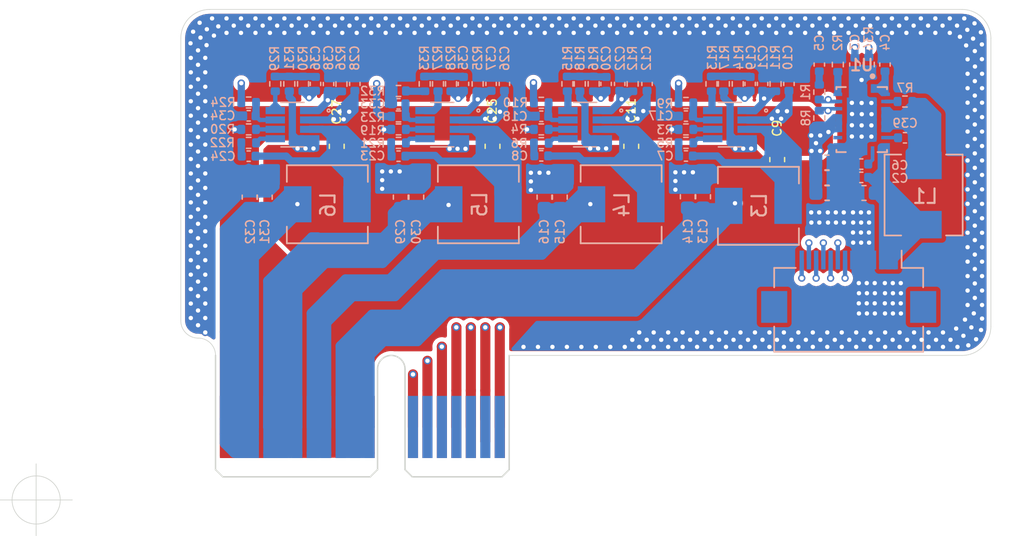
<source format=kicad_pcb>
(kicad_pcb (version 20211014) (generator pcbnew)
  (layers (0 "F.Cu" signal) (1 "In1.Cu" signal) (2 "In2.Cu" signal) (31 "B.Cu" signal) (34 "B.Paste" user) (35 "F.Paste" user) (36 "B.SilkS" user "B.Silkscreen") (37 "F.SilkS" user "F.Silkscreen") (38 "B.Mask" user) (39 "F.Mask" user) (44 "Edge.Cuts" user))
  (net 0 "")
  (net 1 "GND")
  (net 2 "5V")
  (net 3 "3.3V")
  (net 4 "2.5V")
  (net 5 "1.5V")
  (net 6 "1.2V")
  (net 7 "Net-(C7-Pad1)")
  (net 8 "Net-(C8-Pad1)")
  (net 9 "Net-(C19-Pad1)")
  (net 10 "Net-(C20-Pad1)")
  (net 11 "Net-(C23-Pad1)")
  (net 12 "Net-(C24-Pad1)")
  (net 13 "Net-(C35-Pad1)")
  (net 14 "Net-(C36-Pad1)")
  (net 15 "Net-(R32-Pad2)")
  (net 16 "Net-(1V2-Pad8)")
  (net 17 "Net-(1V2-Pad6)")
  (net 18 "Net-(1V2-Pad5)")
  (net 19 "Net-(1V2-Pad3)")
  (net 20 "Net-(1V2-Pad1)")
  (net 21 "Net-(1V5-Pad8)")
  (net 22 "Net-(1V5-Pad6)")
  (net 23 "Net-(1V5-Pad5)")
  (net 24 "Net-(1V5-Pad3)")
  (net 25 "Net-(1V5-Pad1)")
  (net 26 "Net-(2V5-Pad1)")
  (net 27 "Net-(2V5-Pad3)")
  (net 28 "Net-(2V5-Pad5)")
  (net 29 "Net-(2V5-Pad6)")
  (net 30 "Net-(2V5-Pad8)")
  (net 31 "Net-(3V3-Pad1)")
  (net 32 "Net-(3V3-Pad3)")
  (net 33 "Net-(3V3-Pad5)")
  (net 34 "Net-(3V3-Pad6)")
  (net 35 "Net-(3V3-Pad8)")
  (net 36 "BAT+")
  (net 37 "Net-(C3-Pad1)")
  (net 38 "Net-(C4-Pad1)")
  (net 39 "Net-(C5-Pad1)")
  (net 40 "Net-(C6-Pad1)")
  (net 41 "Net-(C39-Pad1)")
  (net 42 "Net-(R2-Pad1)")
  (net 43 "Net-(R7-Pad1)")
  (net 44 "Net-(R34-Pad2)")
  (net 45 "Net-(C39-Pad2)")
  (net 46 "REG_EN2")
  (net 47 "REG_EN1")
  (net 48 "REG_CHG")
  (net 49 "REG_POWER")
  (net 50 "BAT_ISET")
  (net 51 "BAT_PG")
  (net 52 "BAT_CHG")
  (net 53 "Net-(1V2-Pad7)")
  (net 54 "Net-(1V5-Pad7)")
  (net 55 "Net-(2V5-Pad7)")
  (net 56 "Net-(3V3-Pad7)")
  (footprint "Capacitor_SMD:C_0603_1608Metric" (layer "F.Cu") (at 150.15 101.71 -90)
    (fp_text reference "C9")
    (fp_text value "10uF")
  )
  (footprint "Capacitor_SMD:C_0603_1608Metric" (layer "F.Cu") (at 140.06 100.79 -90)
    (fp_text reference "C11")
    (fp_text value "10uF")
  )
  (footprint "Capacitor_SMD:C_0603_1608Metric" (layer "F.Cu") (at 130.47 100.79 -90)
    (fp_text reference "C25")
    (fp_text value "10uF")
  )
  (footprint "Capacitor_SMD:C_0603_1608Metric" (layer "F.Cu") (at 119.7 100.79 -90)
    (fp_text reference "C27")
    (fp_text value "10uF")
  )
  (footprint "Connector_PCBEdge:BUS_PCIexpress_x1" (layer "F.Cu") (at 111.97 120.21)
    (fp_text reference "PCI1" hide)
    (fp_text value "Conn_02x18_Row_Letter_First")
    (fp_line (start 12.45 2.95) (end 12.95 3.45) (layer "Edge.Cuts") (width 0.1))
    (fp_line (start 10.55 -4) (end 10.55 2.95) (layer "Edge.Cuts") (width 0.1))
    (fp_line (start 19.65 -4.95) (end 19.65 2.95) (layer "Edge.Cuts") (width 0.1))
    (fp_line (start -0.15 3.45) (end 10.05 3.45) (layer "Edge.Cuts") (width 0.1))
    (fp_line (start 12.95 3.45) (end 19.15 3.45) (layer "Edge.Cuts") (width 0.1))
    (fp_line (start 10.55 2.95) (end 10.05 3.45) (layer "Edge.Cuts") (width 0.1))
    (fp_line (start 12.45 -4) (end 12.45 2.95) (layer "Edge.Cuts") (width 0.1))
    (fp_line (start -0.65 -4.95) (end -0.65 2.95) (layer "Edge.Cuts") (width 0.1))
    (fp_line (start 19.65 2.95) (end 19.15 3.45) (layer "Edge.Cuts") (width 0.1))
    (fp_line (start -0.65 2.95) (end -0.15 3.45) (layer "Edge.Cuts") (width 0.1))
    (fp_arc (start 10.55 -4) (mid 11.5 -4.95) (end 12.45 -4) (layer "Edge.Cuts") (width 0.1))
  )
  (footprint "Capacitor_SMD:C_0402_1005Metric" (layer "B.Cu") (at 143.84 101.46)
    (fp_text reference "C7")
    (fp_text value "0.1uF")
  )
  (footprint "Capacitor_SMD:C_0402_1005Metric" (layer "B.Cu") (at 133.84 101.45)
    (fp_text reference "C8")
    (fp_text value "0.1uF")
  )
  (footprint "Capacitor_SMD:C_0402_1005Metric" (layer "B.Cu") (at 150.96 96.47 90)
    (fp_text reference "C10")
    (fp_text value "0.1uF")
  )
  (footprint "Capacitor_SMD:C_0402_1005Metric" (layer "B.Cu") (at 141.15 96.47 90)
    (fp_text reference "C12")
    (fp_text value "0.1uF")
  )
  (footprint "Capacitor_SMD:C_0603_1608Metric" (layer "B.Cu") (at 145.025 104.28 90)
    (fp_text reference "C13")
    (fp_text value "22uF")
  )
  (footprint "Capacitor_SMD:C_0603_1608Metric" (layer "B.Cu") (at 143.965 104.28 90)
    (fp_text reference "C14")
    (fp_text value "22uF")
  )
  (footprint "Capacitor_SMD:C_0603_1608Metric" (layer "B.Cu") (at 135.12 104.31 90)
    (fp_text reference "C15")
    (fp_text value "22uF")
  )
  (footprint "Capacitor_SMD:C_0603_1608Metric" (layer "B.Cu") (at 134.06 104.31 90)
    (fp_text reference "C16")
    (fp_text value "22uF")
  )
  (footprint "Capacitor_SMD:C_0402_1005Metric" (layer "B.Cu") (at 143.84 98.7 180)
    (fp_text reference "C17")
    (fp_text value "0.1uF")
  )
  (footprint "Capacitor_SMD:C_0402_1005Metric" (layer "B.Cu") (at 133.84 98.71 180)
    (fp_text reference "C18")
    (fp_text value "0.1uF")
  )
  (footprint "Capacitor_SMD:C_0402_1005Metric" (layer "B.Cu") (at 148.280001 96.47 -90)
    (fp_text reference "C19")
    (fp_text value "15pF")
  )
  (footprint "Capacitor_SMD:C_0402_1005Metric" (layer "B.Cu") (at 138.320001 96.47 -90)
    (fp_text reference "C20")
    (fp_text value "15pF")
  )
  (footprint "Capacitor_SMD:C_0402_1005Metric" (layer "B.Cu") (at 149.139999 96.47 90)
    (fp_text reference "C21")
    (fp_text value "1nF")
  )
  (footprint "Capacitor_SMD:C_0402_1005Metric" (layer "B.Cu") (at 139.26 96.47 90)
    (fp_text reference "C22")
    (fp_text value "1nF")
  )
  (footprint "Capacitor_SMD:C_0402_1005Metric" (layer "B.Cu") (at 123.97 101.47)
    (fp_text reference "C23")
    (fp_text value "0.1uF")
  )
  (footprint "Capacitor_SMD:C_0402_1005Metric" (layer "B.Cu") (at 113.61 101.47)
    (fp_text reference "C24")
    (fp_text value "0.1uF")
  )
  (footprint "Capacitor_SMD:C_0402_1005Metric" (layer "B.Cu") (at 131.29 96.47 90)
    (fp_text reference "C26")
    (fp_text value "0.1uF")
  )
  (footprint "Capacitor_SMD:C_0402_1005Metric" (layer "B.Cu") (at 120.95 96.47 90)
    (fp_text reference "C28")
    (fp_text value "0.1uF")
  )
  (footprint "Capacitor_SMD:C_0603_1608Metric" (layer "B.Cu") (at 124.124999 104.31 90)
    (fp_text reference "C29")
    (fp_text value "22uF")
  )
  (footprint "Capacitor_SMD:C_0603_1608Metric" (layer "B.Cu") (at 125.2 104.31 90)
    (fp_text reference "C30")
    (fp_text value "22uF")
  )
  (footprint "Capacitor_SMD:C_0603_1608Metric" (layer "B.Cu") (at 114.725 104.31 90)
    (fp_text reference "C31")
    (fp_text value "22uF")
  )
  (footprint "Capacitor_SMD:C_0603_1608Metric" (layer "B.Cu") (at 113.675001 104.31 90)
    (fp_text reference "C32")
    (fp_text value "22uF")
  )
  (footprint "Capacitor_SMD:C_0402_1005Metric" (layer "B.Cu") (at 123.97 97.85 180)
    (fp_text reference "C33")
    (fp_text value "0.1uF")
  )
  (footprint "Capacitor_SMD:C_0402_1005Metric" (layer "B.Cu") (at 113.61 98.68 180)
    (fp_text reference "C34")
    (fp_text value "0.1uF")
  )
  (footprint "Capacitor_SMD:C_0402_1005Metric" (layer "B.Cu") (at 128.460001 96.47 -90)
    (fp_text reference "C35")
    (fp_text value "15pF")
  )
  (footprint "Capacitor_SMD:C_0402_1005Metric" (layer "B.Cu") (at 118.230001 96.47 -90)
    (fp_text reference "C36")
    (fp_text value "15pF")
  )
  (footprint "Capacitor_SMD:C_0402_1005Metric" (layer "B.Cu") (at 130.37 96.47 90)
    (fp_text reference "C37")
    (fp_text value "1nF")
  )
  (footprint "Capacitor_SMD:C_0402_1005Metric" (layer "B.Cu") (at 119.13 96.48 90)
    (fp_text reference "C38")
    (fp_text value "1nF")
  )
  (footprint "Inductor_SMD:L_Sunlord_MWSA0518_5.4x5.2mm" (layer "B.Cu") (at 148.85 104.91 180)
    (fp_text reference "L3")
    (fp_text value "4.7uH")
  )
  (footprint "Inductor_SMD:L_Sunlord_MWSA0518_5.4x5.2mm" (layer "B.Cu") (at 139.36 104.8 180)
    (fp_text reference "L4")
    (fp_text value "3.3uH")
  )
  (footprint "Inductor_SMD:L_Sunlord_MWSA0518_5.4x5.2mm" (layer "B.Cu") (at 129.49 104.8 180)
    (fp_text reference "L5")
    (fp_text value "2.2uH")
  )
  (footprint "Inductor_SMD:L_Sunlord_MWSA0518_5.4x5.2mm" (layer "B.Cu") (at 119.05 104.8 180)
    (fp_text reference "L6")
    (fp_text value "1.5uH")
  )
  (footprint "Resistor_SMD:R_0402_1005Metric" (layer "B.Cu") (at 143.84 99.62)
    (fp_text reference "R3")
    (fp_text value "100K (1%)")
  )
  (footprint "Resistor_SMD:R_0402_1005Metric" (layer "B.Cu") (at 133.84 99.62)
    (fp_text reference "R4")
    (fp_text value "100K (1%)")
  )
  (footprint "Resistor_SMD:R_0402_1005Metric" (layer "B.Cu") (at 143.84 100.55 180)
    (fp_text reference "R5")
    (fp_text value "10(1%)")
  )
  (footprint "Resistor_SMD:R_0402_1005Metric" (layer "B.Cu") (at 133.84 100.57 180)
    (fp_text reference "R6")
    (fp_text value "10(1%)")
  )
  (footprint "Resistor_SMD:R_0402_1005Metric" (layer "B.Cu") (at 143.84 97.79 180)
    (fp_text reference "R9")
    (fp_text value "100K (1%)")
  )
  (footprint "Resistor_SMD:R_0402_1005Metric" (layer "B.Cu") (at 133.84 97.78 180)
    (fp_text reference "R10")
    (fp_text value "100K (1%)")
  )
  (footprint "Resistor_SMD:R_0402_1005Metric" (layer "B.Cu") (at 150.035 96.47 90)
    (fp_text reference "R11")
    (fp_text value "11.3K(1%)")
  )
  (footprint "Resistor_SMD:R_0402_1005Metric" (layer "B.Cu") (at 140.155 96.47 90)
    (fp_text reference "R12")
    (fp_text value "10K(1%)")
  )
  (footprint "Resistor_SMD:R_0402_1005Metric" (layer "B.Cu") (at 145.605 96.47 90)
    (fp_text reference "R13")
    (fp_text value "33K(1%)")
  )
  (footprint "Resistor_SMD:R_0402_1005Metric" (layer "B.Cu") (at 147.42 96.47 -90)
    (fp_text reference "R14")
    (fp_text value "40.2K (1%)")
  )
  (footprint "Resistor_SMD:R_0402_1005Metric" (layer "B.Cu") (at 135.645 96.47 90)
    (fp_text reference "R15")
    (fp_text value "33K(1%)")
  )
  (footprint "Resistor_SMD:R_0402_1005Metric" (layer "B.Cu") (at 137.46 96.47 -90)
    (fp_text reference "R16")
    (fp_text value "40.2K (1%)")
  )
  (footprint "Resistor_SMD:R_0402_1005Metric" (layer "B.Cu") (at 146.46 96.47 -90)
    (fp_text reference "R17")
    (fp_text value "13K (1%)")
  )
  (footprint "Resistor_SMD:R_0402_1005Metric" (layer "B.Cu") (at 136.5 96.47 -90)
    (fp_text reference "R18")
    (fp_text value "19.1K (1%)")
  )
  (footprint "Resistor_SMD:R_0402_1005Metric" (layer "B.Cu") (at 123.97 99.62)
    (fp_text reference "R19")
    (fp_text value "100K (1%)")
  )
  (footprint "Resistor_SMD:R_0402_1005Metric" (layer "B.Cu") (at 113.61 99.62)
    (fp_text reference "R20")
    (fp_text value "100K (1%)")
  )
  (footprint "Resistor_SMD:R_0402_1005Metric" (layer "B.Cu") (at 123.97 100.55 180)
    (fp_text reference "R21")
    (fp_text value "10(1%)")
  )
  (footprint "Resistor_SMD:R_0402_1005Metric" (layer "B.Cu") (at 113.61 100.55 180)
    (fp_text reference "R22")
    (fp_text value "10(1%)")
  )
  (footprint "Resistor_SMD:R_0402_1005Metric" (layer "B.Cu") (at 123.97 98.72 180)
    (fp_text reference "R23")
    (fp_text value "100K (1%)")
  )
  (footprint "Resistor_SMD:R_0402_1005Metric" (layer "B.Cu") (at 113.61 97.76 180)
    (fp_text reference "R24")
    (fp_text value "100K (1%)")
  )
  (footprint "Resistor_SMD:R_0402_1005Metric" (layer "B.Cu") (at 129.44 96.47 90)
    (fp_text reference "R25")
    (fp_text value "9.31K (1%)")
  )
  (footprint "Resistor_SMD:R_0402_1005Metric" (layer "B.Cu") (at 120.025 96.48 90)
    (fp_text reference "R26")
    (fp_text value "9.31K (1%)")
  )
  (footprint "Resistor_SMD:R_0402_1005Metric" (layer "B.Cu") (at 126.7 96.47 90)
    (fp_text reference "R27")
    (fp_text value "56K (1%)")
  )
  (footprint "Resistor_SMD:R_0402_1005Metric" (layer "B.Cu") (at 127.6 96.47 -90)
    (fp_text reference "R28")
    (fp_text value "30.1K (1%)")
  )
  (footprint "Resistor_SMD:R_0402_1005Metric" (layer "B.Cu") (at 115.45 96.47 90)
    (fp_text reference "R29")
    (fp_text value "82K (1%)")
  )
  (footprint "Resistor_SMD:R_0402_1005Metric" (layer "B.Cu") (at 117.37 96.47 -90)
    (fp_text reference "R30")
    (fp_text value "30.1K (1%)")
  )
  (footprint "Resistor_SMD:R_0402_1005Metric" (layer "B.Cu") (at 116.42 96.47 -90)
    (fp_text reference "R31")
    (fp_text value "61.9K (1%)")
  )
  (footprint "Resistor_SMD:R_0402_1005Metric" (layer "B.Cu") (at 123.97 96.96)
    (fp_text reference "R32")
    (fp_text value "20K (1%)")
  )
  (footprint "Resistor_SMD:R_0402_1005Metric" (layer "B.Cu") (at 125.78 96.47 90)
    (fp_text reference "R33")
    (fp_text value "15K (1%)")
  )
  (footprint "Lib:SOT65P280X100-8N" (layer "B.Cu") (at 146.880001 99.29 180)
    (fp_text reference "3V3" hide)
    (fp_text value "MP1495S")
  )
  (footprint "Lib:SOT65P280X100-8N" (layer "B.Cu") (at 136.87 99.29 180)
    (fp_text reference "2V5" hide)
    (fp_text value "MP1495S")
  )
  (footprint "Lib:SOT65P280X100-8N" (layer "B.Cu") (at 126.99 99.29 180)
    (fp_text reference "1V5" hide)
    (fp_text value "MP1495S")
  )
  (footprint "Lib:SOT65P280X100-8N" (layer "B.Cu") (at 116.640001 99.29 180)
    (fp_text reference "1V2" hide)
    (fp_text value "MP1495S")
  )
  (footprint "Capacitor_SMD:C_0603_1608Metric" (layer "B.Cu") (at 156.15 104.02 180)
    (fp_text reference "C1" hide)
    (fp_text value "10uF")
  )
  (footprint "Capacitor_SMD:C_0402_1005Metric" (layer "B.Cu") (at 155.96 102.94 180)
    (fp_text reference "C2")
    (fp_text value "0.1uF")
  )
  (footprint "Capacitor_SMD:C_0402_1005Metric" (layer "B.Cu") (at 155.52 95.13 -90)
    (fp_text reference "C3")
    (fp_text value "47pF")
  )
  (footprint "Capacitor_SMD:C_0402_1005Metric" (layer "B.Cu") (at 157.6 95.13 90)
    (fp_text reference "C4")
    (fp_text value "1uF")
  )
  (footprint "Capacitor_SMD:C_0402_1005Metric" (layer "B.Cu") (at 153.06 95.13 90)
    (fp_text reference "C5")
    (fp_text value "1nF")
  )
  (footprint "Capacitor_SMD:C_0402_1005Metric" (layer "B.Cu") (at 155.96 102.02 180)
    (fp_text reference "C6")
    (fp_text value "8.2nF")
  )
  (footprint "Capacitor_SMD:C_0402_1005Metric" (layer "B.Cu") (at 158.98 100.2)
    (fp_text reference "C39")
    (fp_text value "0.1uF")
  )
  (footprint "Capacitor_SMD:C_0603_1608Metric" (layer "B.Cu") (at 153.589999 101.91)
    (fp_text reference "C40" hide)
    (fp_text value "22uF")
  )
  (footprint "Capacitor_SMD:C_0603_1608Metric" (layer "B.Cu") (at 153.59 102.970001)
    (fp_text reference "C41" hide)
    (fp_text value "22uF")
  )
  (footprint "Inductor_SMD:L_Sunlord_MWSA0518_5.4x5.2mm" (layer "B.Cu") (at 160.27 104.16 90)
    (fp_text reference "L1")
    (fp_text value "1uH")
  )
  (footprint "Resistor_SMD:R_0402_1005Metric" (layer "B.Cu") (at 153.06 97.04 90)
    (fp_text reference "R1")
    (fp_text value "23.7K")
  )
  (footprint "Resistor_SMD:R_0402_1005Metric" (layer "B.Cu") (at 154.34 95.13 90)
    (fp_text reference "R2")
    (fp_text value "113K")
  )
  (footprint "Resistor_SMD:R_0402_1005Metric" (layer "B.Cu") (at 158.98 97.69)
    (fp_text reference "R7")
    (fp_text value "267K")
  )
  (footprint "Resistor_SMD:R_0402_1005Metric" (layer "B.Cu") (at 153.06 98.83 -90)
    (fp_text reference "R8")
    (fp_text value "220K")
  )
  (footprint "Resistor_SMD:R_0402_1005Metric" (layer "B.Cu") (at 156.48 95.13 90)
    (fp_text reference "R34")
    (fp_text value "69.8K")
  )
  (footprint "Lib:IC_TPS61088RHLR" (layer "B.Cu") (at 155.99 98.94 180)
    (fp_text reference "U1")
    (fp_text value "TPS61088RHLR")
  )
  (footprint "Connector_FFC-FPC:Hirose_FH12-14S-0.5SH_1x14-1MP_P0.50mm_Horizontal" (layer "B.Cu") (at 155.09 110.505 180)
    (fp_text reference "J1" hide)
    (fp_text value "Conn_01x14")
  )
  (footprint "Capacitor_SMD:C_0603_1608Metric" (layer "B.Cu") (at 153.6 104.02)
    (fp_text reference "C42" hide)
    (fp_text value "22uF")
  )
  (footprint "Lib:pad-6-1.5" (layer "B.Cu") (at 116.37 92.39)
    (fp_text reference "J2" hide)
    (fp_text value "Conn_01x01")
  )
  (footprint "Lib:pad-6-1.5" (layer "B.Cu") (at 163.82 107.78 90)
    (fp_text reference "J3" hide)
    (fp_text value "Conn_01x01")
  )
  (footprint "Lib:pad-6-1.5" (layer "B.Cu") (at 157.5 92.39)
    (fp_text reference "J4" hide)
    (fp_text value "Conn_01x01")
  )
  (footprint "Lib:pad-6-1.5" (layer "B.Cu") (at 130.08 92.39)
    (fp_text reference "J5" hide)
    (fp_text value "Conn_01x01")
  )
  (footprint "Lib:pad-6-1.5" (layer "B.Cu") (at 163.81 98.78 90)
    (fp_text reference "J6" hide)
    (fp_text value "Conn_01x01")
  )
  (footprint "Lib:pad-6-1.5" (layer "B.Cu") (at 110.1 107.78 90)
    (fp_text reference "J7" hide)
    (fp_text value "Conn_01x01")
  )
  (footprint "Lib:pad-6-1.5" (layer "B.Cu") (at 143.79 114.17)
    (fp_text reference "J8" hide)
    (fp_text value "Conn_01x01")
  )
  (footprint "Lib:pad-6-1.5" (layer "B.Cu") (at 143.79 92.39)
    (fp_text reference "J9" hide)
    (fp_text value "Conn_01x01")
  )
  (footprint "Lib:pad-6-1.5" (layer "B.Cu") (at 110.1 98.78 90)
    (fp_text reference "J10" hide)
    (fp_text value "Conn_01x01")
  )
  (gr_line (start 162.92 91.319376) (end 110.92 91.319376) (layer "Edge.Cuts") (width 0.05))
  (gr_line (start 164.920624 93.32) (end 164.92 113.26) (layer "Edge.Cuts") (width 0.05))
  (gr_line (start 131.62 115.26) (end 162.919376 115.260624) (layer "Edge.Cuts") (width 0.05))
  (gr_arc (start 162.92 91.319376) (mid 164.334655 91.905345) (end 164.920624 93.32) (layer "Edge.Cuts") (width 0.05))
  (gr_arc (start 108.919376 93.32) (mid 109.505345 91.905345) (end 110.92 91.319376) (layer "Edge.Cuts") (width 0.05))
  (gr_arc (start 110.119334 114.059334) (mid 109.270335 113.707667) (end 108.918668 112.858668) (layer "Edge.Cuts") (width 0.05))
  (gr_arc (start 110.119334 114.059334) (mid 110.968333 114.411001) (end 111.32 115.26) (layer "Edge.Cuts") (width 0.05))
  (gr_arc (start 164.92 113.26) (mid 164.334031 114.674655) (end 162.919376 115.260624) (layer "Edge.Cuts") (width 0.05))
  (gr_line (start 108.919376 93.32) (end 108.918668 112.858668) (layer "Edge.Cuts") (width 0.05))
  (target plus (at 98.92 125.26) (size 5) (width 0.05) (layer "Edge.Cuts"))
  (via (at 147.25 100.949999) (size 0.5) (drill 0.3) (layers "F.Cu" "B.Cu") (net 1))
  (via (at 148.35 100.95) (size 0.5) (drill 0.3) (layers "F.Cu" "B.Cu") (net 1))
  (via (at 147.799999 100.949999) (size 0.5) (drill 0.3) (layers "F.Cu" "B.Cu") (net 1))
  (via (at 137.769999 100.94) (size 0.5) (drill 0.3) (layers "F.Cu" "B.Cu") (net 1))
  (via (at 138.32 100.94) (size 0.5) (drill 0.3) (layers "F.Cu" "B.Cu") (net 1))
  (via (at 128.6 100.96) (size 0.5) (drill 0.3) (layers "F.Cu" "B.Cu") (net 1))
  (via (at 128.05 100.96) (size 0.5) (drill 0.3) (layers "F.Cu" "B.Cu") (net 1))
  (via (at 127.500001 100.96) (size 0.5) (drill 0.3) (layers "F.Cu" "B.Cu") (net 1))
  (via (at 110.61 95.67) (size 0.5) (drill 0.3) (layers "F.Cu" "B.Cu") (net 1))
  (via (at 109.61 95.67) (size 0.5) (drill 0.3) (layers "F.Cu" "B.Cu") (net 1))
  (via (at 164.31 95.77) (size 0.5) (drill 0.3) (layers "F.Cu" "B.Cu") (net 1))
  (via (at 163.31 95.77) (size 0.5) (drill 0.3) (layers "F.Cu" "B.Cu") (net 1))
  (via (at 116.99 100.94) (size 0.5) (drill 0.3) (layers "F.Cu" "B.Cu") (net 1))
  (via (at 117.539999 100.94) (size 0.5) (drill 0.3) (layers "F.Cu" "B.Cu") (net 1))
  (via (at 118.09 100.94) (size 0.5) (drill 0.3) (layers "F.Cu" "B.Cu") (net 1))
  (via (at 156.349999 110.954999) (size 0.5) (drill 0.3) (layers "F.Cu" "B.Cu") (net 1))
  (via (at 156.89 110.255) (size 0.5) (drill 0.3) (layers "F.Cu" "B.Cu") (net 1))
  (via (at 155.79 110.254999) (size 0.5) (drill 0.3) (layers "F.Cu" "B.Cu") (net 1))
  (via (at 155.8 110.954999) (size 0.5) (drill 0.3) (layers "F.Cu" "B.Cu") (net 1))
  (via (at 156.9 110.955) (size 0.5) (drill 0.3) (layers "F.Cu" "B.Cu") (net 1))
  (via (at 156.339999 110.254999) (size 0.5) (drill 0.3) (layers "F.Cu" "B.Cu") (net 1))
  (via (at 156.89 111.655) (size 0.5) (drill 0.3) (layers "F.Cu" "B.Cu") (net 1))
  (via (at 156.339999 111.654999) (size 0.5) (drill 0.3) (layers "F.Cu" "B.Cu") (net 1))
  (via (at 155.8 112.354999) (size 0.5) (drill 0.3) (layers "F.Cu" "B.Cu") (net 1))
  (via (at 156.9 112.355) (size 0.5) (drill 0.3) (layers "F.Cu" "B.Cu") (net 1))
  (via (at 155.79 111.654999) (size 0.5) (drill 0.3) (layers "F.Cu" "B.Cu") (net 1))
  (via (at 156.349999 112.354999) (size 0.5) (drill 0.3) (layers "F.Cu" "B.Cu") (net 1))
  (via (at 157.6 112.354999) (size 0.5) (drill 0.3) (layers "F.Cu" "B.Cu") (net 1))
  (via (at 158.139999 111.654999) (size 0.5) (drill 0.3) (layers "F.Cu" "B.Cu") (net 1))
  (via (at 158.69 111.655) (size 0.5) (drill 0.3) (layers "F.Cu" "B.Cu") (net 1))
  (via (at 158.7 112.355) (size 0.5) (drill 0.3) (layers "F.Cu" "B.Cu") (net 1))
  (via (at 157.59 111.654999) (size 0.5) (drill 0.3) (layers "F.Cu" "B.Cu") (net 1))
  (via (at 158.149999 112.354999) (size 0.5) (drill 0.3) (layers "F.Cu" "B.Cu") (net 1))
  (via (at 158.139999 110.254999) (size 0.5) (drill 0.3) (layers "F.Cu" "B.Cu") (net 1))
  (via (at 158.7 110.955) (size 0.5) (drill 0.3) (layers "F.Cu" "B.Cu") (net 1))
  (via (at 158.149999 110.954999) (size 0.5) (drill 0.3) (layers "F.Cu" "B.Cu") (net 1))
  (via (at 157.59 110.254999) (size 0.5) (drill 0.3) (layers "F.Cu" "B.Cu") (net 1))
  (via (at 158.69 110.255) (size 0.5) (drill 0.3) (layers "F.Cu" "B.Cu") (net 1))
  (via (at 157.6 110.954999) (size 0.5) (drill 0.3) (layers "F.Cu" "B.Cu") (net 1))
  (via (at 155.995 98.566666) (size 0.5) (drill 0.3) (layers "F.Cu" "B.Cu") (net 1))
  (via (at 156.67 98.566666) (size 0.5) (drill 0.3) (layers "F.Cu" "B.Cu") (net 1))
  (via (at 155.32 98.556666) (size 0.5) (drill 0.3) (layers "F.Cu" "B.Cu") (net 1))
  (via (at 155.985 99.343332) (size 0.5) (drill 0.3) (layers "F.Cu" "B.Cu") (net 1))
  (via (at 155.310001 99.333332) (size 0.5) (drill 0.3) (layers "F.Cu" "B.Cu") (net 1))
  (via (at 156.66 99.343332) (size 0.5) (drill 0.3) (layers "F.Cu" "B.Cu") (net 1))
  (via (at 155.31 100.11) (size 0.5) (drill 0.3) (layers "F.Cu" "B.Cu") (net 1))
  (via (at 155.985 100.12) (size 0.5) (drill 0.3) (layers "F.Cu" "B.Cu") (net 1))
  (via (at 156.66 100.12) (size 0.5) (drill 0.3) (layers "F.Cu" "B.Cu") (net 1))
  (via (at 112.08 91.94) (size 0.5) (drill 0.3) (layers "F.Cu" "B.Cu") (net 1))
  (via (at 113.08 91.94) (size 0.5) (drill 0.3) (layers "F.Cu" "B.Cu") (net 1))
  (via (at 114.08 91.94) (size 0.5) (drill 0.3) (layers "F.Cu" "B.Cu") (net 1))
  (via (at 115.08 91.94) (size 0.5) (drill 0.3) (layers "F.Cu" "B.Cu") (net 1))
  (via (at 116.08 91.94) (size 0.5) (drill 0.3) (layers "F.Cu" "B.Cu") (net 1))
  (via (at 117.08 91.94) (size 0.5) (drill 0.3) (layers "F.Cu" "B.Cu") (net 1))
  (via (at 118.08 91.94) (size 0.5) (drill 0.3) (layers "F.Cu" "B.Cu") (net 1))
  (via (at 119.08 91.94) (size 0.5) (drill 0.3) (layers "F.Cu" "B.Cu") (net 1))
  (via (at 120.08 91.94) (size 0.5) (drill 0.3) (layers "F.Cu" "B.Cu") (net 1))
  (via (at 121.08 91.94) (size 0.5) (drill 0.3) (layers "F.Cu" "B.Cu") (net 1))
  (via (at 122.08 91.94) (size 0.5) (drill 0.3) (layers "F.Cu" "B.Cu") (net 1))
  (via (at 123.08 91.94) (size 0.5) (drill 0.3) (layers "F.Cu" "B.Cu") (net 1))
  (via (at 124.08 91.94) (size 0.5) (drill 0.3) (layers "F.Cu" "B.Cu") (net 1))
  (via (at 125.08 91.94) (size 0.5) (drill 0.3) (layers "F.Cu" "B.Cu") (net 1))
  (via (at 126.08 91.94) (size 0.5) (drill 0.3) (layers "F.Cu" "B.Cu") (net 1))
  (via (at 127.08 91.94) (size 0.5) (drill 0.3) (layers "F.Cu" "B.Cu") (net 1))
  (via (at 128.08 91.94) (size 0.5) (drill 0.3) (layers "F.Cu" "B.Cu") (net 1))
  (via (at 129.08 91.94) (size 0.5) (drill 0.3) (layers "F.Cu" "B.Cu") (net 1))
  (via (at 130.08 91.94) (size 0.5) (drill 0.3) (layers "F.Cu" "B.Cu") (net 1))
  (via (at 131.08 91.94) (size 0.5) (drill 0.3) (layers "F.Cu" "B.Cu") (net 1))
  (via (at 132.08 91.94) (size 0.5) (drill 0.3) (layers "F.Cu" "B.Cu") (net 1))
  (via (at 133.08 91.94) (size 0.5) (drill 0.3) (layers "F.Cu" "B.Cu") (net 1))
  (via (at 134.08 91.94) (size 0.5) (drill 0.3) (layers "F.Cu" "B.Cu") (net 1))
  (via (at 135.08 91.94) (size 0.5) (drill 0.3) (layers "F.Cu" "B.Cu") (net 1))
  (via (at 136.08 91.94) (size 0.5) (drill 0.3) (layers "F.Cu" "B.Cu") (net 1))
  (via (at 137.08 91.94) (size 0.5) (drill 0.3) (layers "F.Cu" "B.Cu") (net 1))
  (via (at 138.08 91.94) (size 0.5) (drill 0.3) (layers "F.Cu" "B.Cu") (net 1))
  (via (at 139.08 91.94) (size 0.5) (drill 0.3) (layers "F.Cu" "B.Cu") (net 1))
  (via (at 140.08 91.94) (size 0.5) (drill 0.3) (layers "F.Cu" "B.Cu") (net 1))
  (via (at 141.08 91.94) (size 0.5) (drill 0.3) (layers "F.Cu" "B.Cu") (net 1))
  (via (at 142.08 91.94) (size 0.5) (drill 0.3) (layers "F.Cu" "B.Cu") (net 1))
  (via (at 143.08 91.94) (size 0.5) (drill 0.3) (layers "F.Cu" "B.Cu") (net 1))
  (via (at 144.08 91.94) (size 0.5) (drill 0.3) (layers "F.Cu" "B.Cu") (net 1))
  (via (at 145.08 91.94) (size 0.5) (drill 0.3) (layers "F.Cu" "B.Cu") (net 1))
  (via (at 146.08 91.94) (size 0.5) (drill 0.3) (layers "F.Cu" "B.Cu") (net 1))
  (via (at 147.08 91.94) (size 0.5) (drill 0.3) (layers "F.Cu" "B.Cu") (net 1))
  (via (at 148.08 91.94) (size 0.5) (drill 0.3) (layers "F.Cu" "B.Cu") (net 1))
  (via (at 149.08 91.94) (size 0.5) (drill 0.3) (layers "F.Cu" "B.Cu") (net 1))
  (via (at 150.08 91.94) (size 0.5) (drill 0.3) (layers "F.Cu" "B.Cu") (net 1))
  (via (at 151.08 91.94) (size 0.5) (drill 0.3) (layers "F.Cu" "B.Cu") (net 1))
  (via (at 152.08 91.94) (size 0.5) (drill 0.3) (layers "F.Cu" "B.Cu") (net 1))
  (via (at 153.08 91.94) (size 0.5) (drill 0.3) (layers "F.Cu" "B.Cu") (net 1))
  (via (at 154.08 91.94) (size 0.5) (drill 0.3) (layers "F.Cu" "B.Cu") (net 1))
  (via (at 155.08 91.94) (size 0.5) (drill 0.3) (layers "F.Cu" "B.Cu") (net 1))
  (via (at 156.08 91.94) (size 0.5) (drill 0.3) (layers "F.Cu" "B.Cu") (net 1))
  (via (at 157.08 91.94) (size 0.5) (drill 0.3) (layers "F.Cu" "B.Cu") (net 1))
  (via (at 158.08 91.94) (size 0.5) (drill 0.3) (layers "F.Cu" "B.Cu") (net 1))
  (via (at 159.08 91.94) (size 0.5) (drill 0.3) (layers "F.Cu" "B.Cu") (net 1))
  (via (at 160.08 91.94) (size 0.5) (drill 0.3) (layers "F.Cu" "B.Cu") (net 1))
  (via (at 111.21 93.13) (size 0.5) (drill 0.3) (layers "F.Cu" "B.Cu") (net 1))
  (via (at 112.08 92.94) (size 0.5) (drill 0.3) (layers "F.Cu" "B.Cu") (net 1))
  (via (at 113.08 92.94) (size 0.5) (drill 0.3) (layers "F.Cu" "B.Cu") (net 1))
  (via (at 114.08 92.94) (size 0.5) (drill 0.3) (layers "F.Cu" "B.Cu") (net 1))
  (via (at 115.08 92.94) (size 0.5) (drill 0.3) (layers "F.Cu" "B.Cu") (net 1))
  (via (at 116.08 92.94) (size 0.5) (drill 0.3) (layers "F.Cu" "B.Cu") (net 1))
  (via (at 117.08 92.94) (size 0.5) (drill 0.3) (layers "F.Cu" "B.Cu") (net 1))
  (via (at 118.08 92.94) (size 0.5) (drill 0.3) (layers "F.Cu" "B.Cu") (net 1))
  (via (at 119.08 92.94) (size 0.5) (drill 0.3) (layers "F.Cu" "B.Cu") (net 1))
  (via (at 120.08 92.94) (size 0.5) (drill 0.3) (layers "F.Cu" "B.Cu") (net 1))
  (via (at 121.08 92.94) (size 0.5) (drill 0.3) (layers "F.Cu" "B.Cu") (net 1))
  (via (at 122.08 92.94) (size 0.5) (drill 0.3) (layers "F.Cu" "B.Cu") (net 1))
  (via (at 123.08 92.94) (size 0.5) (drill 0.3) (layers "F.Cu" "B.Cu") (net 1))
  (via (at 124.08 92.94) (size 0.5) (drill 0.3) (layers "F.Cu" "B.Cu") (net 1))
  (via (at 125.08 92.94) (size 0.5) (drill 0.3) (layers "F.Cu" "B.Cu") (net 1))
  (via (at 126.08 92.94) (size 0.5) (drill 0.3) (layers "F.Cu" "B.Cu") (net 1))
  (via (at 127.08 92.94) (size 0.5) (drill 0.3) (layers "F.Cu" "B.Cu") (net 1))
  (via (at 128.08 92.94) (size 0.5) (drill 0.3) (layers "F.Cu" "B.Cu") (net 1))
  (via (at 129.08 92.94) (size 0.5) (drill 0.3) (layers "F.Cu" "B.Cu") (net 1))
  (via (at 130.08 92.94) (size 0.5) (drill 0.3) (layers "F.Cu" "B.Cu") (net 1))
  (via (at 131.08 92.94) (size 0.5) (drill 0.3) (layers "F.Cu" "B.Cu") (net 1))
  (via (at 132.08 92.94) (size 0.5) (drill 0.3) (layers "F.Cu" "B.Cu") (net 1))
  (via (at 133.08 92.94) (size 0.5) (drill 0.3) (layers "F.Cu" "B.Cu") (net 1))
  (via (at 134.08 92.94) (size 0.5) (drill 0.3) (layers "F.Cu" "B.Cu") (net 1))
  (via (at 135.08 92.94) (size 0.5) (drill 0.3) (layers "F.Cu" "B.Cu") (net 1))
  (via (at 136.08 92.94) (size 0.5) (drill 0.3) (layers "F.Cu" "B.Cu") (net 1))
  (via (at 137.08 92.94) (size 0.5) (drill 0.3) (layers "F.Cu" "B.Cu") (net 1))
  (via (at 138.08 92.94) (size 0.5) (drill 0.3) (layers "F.Cu" "B.Cu") (net 1))
  (via (at 139.08 92.94) (size 0.5) (drill 0.3) (layers "F.Cu" "B.Cu") (net 1))
  (via (at 140.08 92.94) (size 0.5) (drill 0.3) (layers "F.Cu" "B.Cu") (net 1))
  (via (at 141.08 92.94) (size 0.5) (drill 0.3) (layers "F.Cu" "B.Cu") (net 1))
  (via (at 142.08 92.94) (size 0.5) (drill 0.3) (layers "F.Cu" "B.Cu") (net 1))
  (via (at 143.08 92.94) (size 0.5) (drill 0.3) (layers "F.Cu" "B.Cu") (net 1))
  (via (at 144.08 92.94) (size 0.5) (drill 0.3) (layers "F.Cu" "B.Cu") (net 1))
  (via (at 145.08 92.94) (size 0.5) (drill 0.3) (layers "F.Cu" "B.Cu") (net 1))
  (via (at 146.08 92.94) (size 0.5) (drill 0.3) (layers "F.Cu" "B.Cu") (net 1))
  (via (at 147.08 92.94) (size 0.5) (drill 0.3) (layers "F.Cu" "B.Cu") (net 1))
  (via (at 148.08 92.94) (size 0.5) (drill 0.3) (layers "F.Cu" "B.Cu") (net 1))
  (via (at 149.08 92.94) (size 0.5) (drill 0.3) (layers "F.Cu" "B.Cu") (net 1))
  (via (at 150.08 92.94) (size 0.5) (drill 0.3) (layers "F.Cu" "B.Cu") (net 1))
  (via (at 151.08 92.94) (size 0.5) (drill 0.3) (layers "F.Cu" "B.Cu") (net 1))
  (via (at 152.08 92.94) (size 0.5) (drill 0.3) (layers "F.Cu" "B.Cu") (net 1))
  (via (at 153.08 92.94) (size 0.5) (drill 0.3) (layers "F.Cu" "B.Cu") (net 1))
  (via (at 154.08 92.94) (size 0.5) (drill 0.3) (layers "F.Cu" "B.Cu") (net 1))
  (via (at 155.08 92.94) (size 0.5) (drill 0.3) (layers "F.Cu" "B.Cu") (net 1))
  (via (at 156.08 92.94) (size 0.5) (drill 0.3) (layers "F.Cu" "B.Cu") (net 1))
  (via (at 157.08 92.94) (size 0.5) (drill 0.3) (layers "F.Cu" "B.Cu") (net 1))
  (via (at 158.08 92.94) (size 0.5) (drill 0.3) (layers "F.Cu" "B.Cu") (net 1))
  (via (at 159.08 92.94) (size 0.5) (drill 0.3) (layers "F.Cu" "B.Cu") (net 1))
  (via (at 160.08 92.94) (size 0.5) (drill 0.3) (layers "F.Cu" "B.Cu") (net 1))
  (via (at 161.08 92.94) (size 0.5) (drill 0.3) (layers "F.Cu" "B.Cu") (net 1))
  (via (at 161.08 91.94) (size 0.5) (drill 0.3) (layers "F.Cu" "B.Cu") (net 1))
  (via (at 162.08 92.94) (size 0.5) (drill 0.3) (layers "F.Cu" "B.Cu") (net 1))
  (via (at 162.08 91.94) (size 0.5) (drill 0.3) (layers "F.Cu" "B.Cu") (net 1))
  (via (at 162.78 93.21) (size 0.5) (drill 0.3) (layers "F.Cu" "B.Cu") (net 1))
  (via (at 163.08 91.94) (size 0.5) (drill 0.3) (layers "F.Cu" "B.Cu") (net 1))
  (via (at 110.22 92.24) (size 0.5) (drill 0.3) (layers "F.Cu" "B.Cu") (net 1))
  (via (at 109.59 93.66) (size 0.5) (drill 0.3) (layers "F.Cu" "B.Cu") (net 1))
  (via (at 110.7 93.79) (size 0.5) (drill 0.3) (layers "F.Cu" "B.Cu") (net 1))
  (via (at 109.61 94.67) (size 0.5) (drill 0.3) (layers "F.Cu" "B.Cu") (net 1))
  (via (at 110.61 94.67) (size 0.5) (drill 0.3) (layers "F.Cu" "B.Cu") (net 1))
  (via (at 109.61 96.67) (size 0.5) (drill 0.3) (layers "F.Cu" "B.Cu") (net 1))
  (via (at 110.61 96.67) (size 0.5) (drill 0.3) (layers "F.Cu" "B.Cu") (net 1))
  (via (at 109.61 97.67) (size 0.5) (drill 0.3) (layers "F.Cu" "B.Cu") (net 1))
  (via (at 110.61 97.67) (size 0.5) (drill 0.3) (layers "F.Cu" "B.Cu") (net 1))
  (via (at 109.61 98.67) (size 0.5) (drill 0.3) (layers "F.Cu" "B.Cu") (net 1))
  (via (at 110.61 98.67) (size 0.5) (drill 0.3) (layers "F.Cu" "B.Cu") (net 1))
  (via (at 109.61 99.67) (size 0.5) (drill 0.3) (layers "F.Cu" "B.Cu") (net 1))
  (via (at 110.61 99.67) (size 0.5) (drill 0.3) (layers "F.Cu" "B.Cu") (net 1))
  (via (at 109.61 100.67) (size 0.5) (drill 0.3) (layers "F.Cu" "B.Cu") (net 1))
  (via (at 110.61 100.67) (size 0.5) (drill 0.3) (layers "F.Cu" "B.Cu") (net 1))
  (via (at 109.61 101.67) (size 0.5) (drill 0.3) (layers "F.Cu" "B.Cu") (net 1))
  (via (at 110.61 101.67) (size 0.5) (drill 0.3) (layers "F.Cu" "B.Cu") (net 1))
  (via (at 109.61 102.67) (size 0.5) (drill 0.3) (layers "F.Cu" "B.Cu") (net 1))
  (via (at 110.61 102.67) (size 0.5) (drill 0.3) (layers "F.Cu" "B.Cu") (net 1))
  (via (at 109.61 103.67) (size 0.5) (drill 0.3) (layers "F.Cu" "B.Cu") (net 1))
  (via (at 110.61 103.67) (size 0.5) (drill 0.3) (layers "F.Cu" "B.Cu") (net 1))
  (via (at 109.61 104.67) (size 0.5) (drill 0.3) (layers "F.Cu" "B.Cu") (net 1))
  (via (at 110.61 104.67) (size 0.5) (drill 0.3) (layers "F.Cu" "B.Cu") (net 1))
  (via (at 109.61 105.67) (size 0.5) (drill 0.3) (layers "F.Cu" "B.Cu") (net 1))
  (via (at 110.61 105.67) (size 0.5) (drill 0.3) (layers "F.Cu" "B.Cu") (net 1))
  (via (at 109.61 106.67) (size 0.5) (drill 0.3) (layers "F.Cu" "B.Cu") (net 1))
  (via (at 110.61 106.67) (size 0.5) (drill 0.3) (layers "F.Cu" "B.Cu") (net 1))
  (via (at 109.61 107.67) (size 0.5) (drill 0.3) (layers "F.Cu" "B.Cu") (net 1))
  (via (at 110.61 107.67) (size 0.5) (drill 0.3) (layers "F.Cu" "B.Cu") (net 1))
  (via (at 109.61 108.67) (size 0.5) (drill 0.3) (layers "F.Cu" "B.Cu") (net 1))
  (via (at 110.61 108.67) (size 0.5) (drill 0.3) (layers "F.Cu" "B.Cu") (net 1))
  (via (at 109.61 109.67) (size 0.5) (drill 0.3) (layers "F.Cu" "B.Cu") (net 1))
  (via (at 110.61 109.67) (size 0.5) (drill 0.3) (layers "F.Cu" "B.Cu") (net 1))
  (via (at 109.61 110.67) (size 0.5) (drill 0.3) (layers "F.Cu" "B.Cu") (net 1))
  (via (at 110.61 110.67) (size 0.5) (drill 0.3) (layers "F.Cu" "B.Cu") (net 1))
  (via (at 109.61 111.67) (size 0.5) (drill 0.3) (layers "F.Cu" "B.Cu") (net 1))
  (via (at 110.61 111.67) (size 0.5) (drill 0.3) (layers "F.Cu" "B.Cu") (net 1))
  (via (at 109.61 112.67) (size 0.5) (drill 0.3) (layers "F.Cu" "B.Cu") (net 1))
  (via (at 110.61 112.67) (size 0.5) (drill 0.3) (layers "F.Cu" "B.Cu") (net 1))
  (via (at 110.61 113.67) (size 0.5) (drill 0.3) (layers "F.Cu" "B.Cu") (net 1))
  (via (at 140.61 113.67) (size 0.5) (drill 0.3) (layers "F.Cu" "B.Cu") (net 1))
  (via (at 141.61 113.67) (size 0.5) (drill 0.3) (layers "F.Cu" "B.Cu") (net 1))
  (via (at 142.61 113.67) (size 0.5) (drill 0.3) (layers "F.Cu" "B.Cu") (net 1))
  (via (at 143.61 113.67) (size 0.5) (drill 0.3) (layers "F.Cu" "B.Cu") (net 1))
  (via (at 144.61 113.67) (size 0.5) (drill 0.3) (layers "F.Cu" "B.Cu") (net 1))
  (via (at 145.61 113.67) (size 0.5) (drill 0.3) (layers "F.Cu" "B.Cu") (net 1))
  (via (at 146.61 113.67) (size 0.5) (drill 0.3) (layers "F.Cu" "B.Cu") (net 1))
  (via (at 147.61 113.67) (size 0.5) (drill 0.3) (layers "F.Cu" "B.Cu") (net 1))
  (via (at 148.61 113.67) (size 0.5) (drill 0.3) (layers "F.Cu" "B.Cu") (net 1))
  (via (at 149.61 113.67) (size 0.5) (drill 0.3) (layers "F.Cu" "B.Cu") (net 1))
  (via (at 150.61 113.67) (size 0.5) (drill 0.3) (layers "F.Cu" "B.Cu") (net 1))
  (via (at 151.61 113.67) (size 0.5) (drill 0.3) (layers "F.Cu" "B.Cu") (net 1))
  (via (at 152.61 113.67) (size 0.5) (drill 0.3) (layers "F.Cu" "B.Cu") (net 1))
  (via (at 153.61 113.67) (size 0.5) (drill 0.3) (layers "F.Cu" "B.Cu") (net 1))
  (via (at 154.61 113.67) (size 0.5) (drill 0.3) (layers "F.Cu" "B.Cu") (net 1))
  (via (at 155.61 113.67) (size 0.5) (drill 0.3) (layers "F.Cu" "B.Cu") (net 1))
  (via (at 156.61 113.67) (size 0.5) (drill 0.3) (layers "F.Cu" "B.Cu") (net 1))
  (via (at 157.61 113.67) (size 0.5) (drill 0.3) (layers "F.Cu" "B.Cu") (net 1))
  (via (at 158.61 113.67) (size 0.5) (drill 0.3) (layers "F.Cu" "B.Cu") (net 1))
  (via (at 159.61 113.67) (size 0.5) (drill 0.3) (layers "F.Cu" "B.Cu") (net 1))
  (via (at 160.61 113.67) (size 0.5) (drill 0.3) (layers "F.Cu" "B.Cu") (net 1))
  (via (at 161.61 113.67) (size 0.5) (drill 0.3) (layers "F.Cu" "B.Cu") (net 1))
  (via (at 162.52 113.4) (size 0.5) (drill 0.3) (layers "F.Cu" "B.Cu") (net 1))
  (via (at 132.61 114.67) (size 0.5) (drill 0.3) (layers "F.Cu" "B.Cu") (net 1))
  (via (at 133.61 114.67) (size 0.5) (drill 0.3) (layers "F.Cu" "B.Cu") (net 1))
  (via (at 134.61 114.67) (size 0.5) (drill 0.3) (layers "F.Cu" "B.Cu") (net 1))
  (via (at 135.61 114.67) (size 0.5) (drill 0.3) (layers "F.Cu" "B.Cu") (net 1))
  (via (at 136.61 114.67) (size 0.5) (drill 0.3) (layers "F.Cu" "B.Cu") (net 1))
  (via (at 137.61 114.67) (size 0.5) (drill 0.3) (layers "F.Cu" "B.Cu") (net 1))
  (via (at 138.61 114.67) (size 0.5) (drill 0.3) (layers "F.Cu" "B.Cu") (net 1))
  (via (at 139.61 114.67) (size 0.5) (drill 0.3) (layers "F.Cu" "B.Cu") (net 1))
  (via (at 140.61 114.67) (size 0.5) (drill 0.3) (layers "F.Cu" "B.Cu") (net 1))
  (via (at 141.61 114.67) (size 0.5) (drill 0.3) (layers "F.Cu" "B.Cu") (net 1))
  (via (at 142.61 114.67) (size 0.5) (drill 0.3) (layers "F.Cu" "B.Cu") (net 1))
  (via (at 143.61 114.67) (size 0.5) (drill 0.3) (layers "F.Cu" "B.Cu") (net 1))
  (via (at 144.61 114.67) (size 0.5) (drill 0.3) (layers "F.Cu" "B.Cu") (net 1))
  (via (at 145.61 114.67) (size 0.5) (drill 0.3) (layers "F.Cu" "B.Cu") (net 1))
  (via (at 146.61 114.67) (size 0.5) (drill 0.3) (layers "F.Cu" "B.Cu") (net 1))
  (via (at 147.61 114.67) (size 0.5) (drill 0.3) (layers "F.Cu" "B.Cu") (net 1))
  (via (at 148.61 114.67) (size 0.5) (drill 0.3) (layers "F.Cu" "B.Cu") (net 1))
  (via (at 149.61 114.67) (size 0.5) (drill 0.3) (layers "F.Cu" "B.Cu") (net 1))
  (via (at 150.61 114.67) (size 0.5) (drill 0.3) (layers "F.Cu" "B.Cu") (net 1))
  (via (at 151.61 114.67) (size 0.5) (drill 0.3) (layers "F.Cu" "B.Cu") (net 1))
  (via (at 152.61 114.67) (size 0.5) (drill 0.3) (layers "F.Cu" "B.Cu") (net 1))
  (via (at 153.61 114.67) (size 0.5) (drill 0.3) (layers "F.Cu" "B.Cu") (net 1))
  (via (at 154.61 114.67) (size 0.5) (drill 0.3) (layers "F.Cu" "B.Cu") (net 1))
  (via (at 155.61 114.67) (size 0.5) (drill 0.3) (layers "F.Cu" "B.Cu") (net 1))
  (via (at 156.61 114.67) (size 0.5) (drill 0.3) (layers "F.Cu" "B.Cu") (net 1))
  (via (at 157.61 114.67) (size 0.5) (drill 0.3) (layers "F.Cu" "B.Cu") (net 1))
  (via (at 158.61 114.67) (size 0.5) (drill 0.3) (layers "F.Cu" "B.Cu") (net 1))
  (via (at 159.61 114.67) (size 0.5) (drill 0.3) (layers "F.Cu" "B.Cu") (net 1))
  (via (at 160.61 114.67) (size 0.5) (drill 0.3) (layers "F.Cu" "B.Cu") (net 1))
  (via (at 161.61 114.67) (size 0.5) (drill 0.3) (layers "F.Cu" "B.Cu") (net 1))
  (via (at 162.61 114.67) (size 0.5) (drill 0.3) (layers "F.Cu" "B.Cu") (net 1))
  (via (at 163.79 92.28) (size 0.5) (drill 0.3) (layers "F.Cu" "B.Cu") (net 1))
  (via (at 163.21 93.81) (size 0.5) (drill 0.3) (layers "F.Cu" "B.Cu") (net 1))
  (via (at 164.3 93.74) (size 0.5) (drill 0.3) (layers "F.Cu" "B.Cu") (net 1))
  (via (at 163.31 94.77) (size 0.5) (drill 0.3) (layers "F.Cu" "B.Cu") (net 1))
  (via (at 164.3 94.76) (size 0.5) (drill 0.3) (layers "F.Cu" "B.Cu") (net 1))
  (via (at 163.31 96.77) (size 0.5) (drill 0.3) (layers "F.Cu" "B.Cu") (net 1))
  (via (at 164.31 96.77) (size 0.5) (drill 0.3) (layers "F.Cu" "B.Cu") (net 1))
  (via (at 163.31 97.77) (size 0.5) (drill 0.3) (layers "F.Cu" "B.Cu") (net 1))
  (via (at 164.31 97.77) (size 0.5) (drill 0.3) (layers "F.Cu" "B.Cu") (net 1))
  (via (at 163.31 98.77) (size 0.5) (drill 0.3) (layers "F.Cu" "B.Cu") (net 1))
  (via (at 164.31 98.77) (size 0.5) (drill 0.3) (layers "F.Cu" "B.Cu") (net 1))
  (via (at 163.31 99.77) (size 0.5) (drill 0.3) (layers "F.Cu" "B.Cu") (net 1))
  (via (at 164.31 99.77) (size 0.5) (drill 0.3) (layers "F.Cu" "B.Cu") (net 1))
  (via (at 163.31 100.77) (size 0.5) (drill 0.3) (layers "F.Cu" "B.Cu") (net 1))
  (via (at 164.31 100.77) (size 0.5) (drill 0.3) (layers "F.Cu" "B.Cu") (net 1))
  (via (at 163.31 101.77) (size 0.5) (drill 0.3) (layers "F.Cu" "B.Cu") (net 1))
  (via (at 164.31 101.77) (size 0.5) (drill 0.3) (layers "F.Cu" "B.Cu") (net 1))
  (via (at 163.31 102.77) (size 0.5) (drill 0.3) (layers "F.Cu" "B.Cu") (net 1))
  (via (at 164.31 102.77) (size 0.5) (drill 0.3) (layers "F.Cu" "B.Cu") (net 1))
  (via (at 163.31 103.77) (size 0.5) (drill 0.3) (layers "F.Cu" "B.Cu") (net 1))
  (via (at 164.31 103.77) (size 0.5) (drill 0.3) (layers "F.Cu" "B.Cu") (net 1))
  (via (at 163.31 104.77) (size 0.5) (drill 0.3) (layers "F.Cu" "B.Cu") (net 1))
  (via (at 164.31 104.77) (size 0.5) (drill 0.3) (layers "F.Cu" "B.Cu") (net 1))
  (via (at 163.31 105.77) (size 0.5) (drill 0.3) (layers "F.Cu" "B.Cu") (net 1))
  (via (at 164.31 105.77) (size 0.5) (drill 0.3) (layers "F.Cu" "B.Cu") (net 1))
  (via (at 163.31 106.77) (size 0.5) (drill 0.3) (layers "F.Cu" "B.Cu") (net 1))
  (via (at 164.31 106.77) (size 0.5) (drill 0.3) (layers "F.Cu" "B.Cu") (net 1))
  (via (at 163.31 107.77) (size 0.5) (drill 0.3) (layers "F.Cu" "B.Cu") (net 1))
  (via (at 164.31 107.77) (size 0.5) (drill 0.3) (layers "F.Cu" "B.Cu") (net 1))
  (via (at 163.31 108.77) (size 0.5) (drill 0.3) (layers "F.Cu" "B.Cu") (net 1))
  (via (at 164.31 108.77) (size 0.5) (drill 0.3) (layers "F.Cu" "B.Cu") (net 1))
  (via (at 163.31 109.77) (size 0.5) (drill 0.3) (layers "F.Cu" "B.Cu") (net 1))
  (via (at 164.31 109.77) (size 0.5) (drill 0.3) (layers "F.Cu" "B.Cu") (net 1))
  (via (at 163.31 110.77) (size 0.5) (drill 0.3) (layers "F.Cu" "B.Cu") (net 1))
  (via (at 164.31 110.77) (size 0.5) (drill 0.3) (layers "F.Cu" "B.Cu") (net 1))
  (via (at 163.31 111.77) (size 0.5) (drill 0.3) (layers "F.Cu" "B.Cu") (net 1))
  (via (at 164.31 111.77) (size 0.5) (drill 0.3) (layers "F.Cu" "B.Cu") (net 1))
  (via (at 163.13 112.78) (size 0.5) (drill 0.3) (layers "F.Cu" "B.Cu") (net 1))
  (via (at 164.31 112.71) (size 0.5) (drill 0.3) (layers "F.Cu" "B.Cu") (net 1))
  (via (at 164.24 113.5) (size 0.5) (drill 0.3) (layers "F.Cu" "B.Cu") (net 1))
  (via (at 163.36 114.56) (size 0.5) (drill 0.3) (layers "F.Cu" "B.Cu") (net 1))
  (via (at 120.58 92.44) (size 0.5) (drill 0.3) (layers "F.Cu" "B.Cu") (net 1))
  (via (at 135.58 92.44) (size 0.5) (drill 0.3) (layers "F.Cu" "B.Cu") (net 1))
  (via (at 151.58 92.44) (size 0.5) (drill 0.3) (layers "F.Cu" "B.Cu") (net 1))
  (via (at 152.58 92.44) (size 0.5) (drill 0.3) (layers "F.Cu" "B.Cu") (net 1))
  (via (at 153.58 92.44) (size 0.5) (drill 0.3) (layers "F.Cu" "B.Cu") (net 1))
  (via (at 158.58 92.44) (size 0.5) (drill 0.3) (layers "F.Cu" "B.Cu") (net 1))
  (via (at 142.58 92.44) (size 0.5) (drill 0.3) (layers "F.Cu" "B.Cu") (net 1))
  (via (at 143.58 92.44) (size 0.5) (drill 0.3) (layers "F.Cu" "B.Cu") (net 1))
  (via (at 147.58 92.44) (size 0.5) (drill 0.3) (layers "F.Cu" "B.Cu") (net 1))
  (via (at 118.58 92.44) (size 0.5) (drill 0.3) (layers "F.Cu" "B.Cu") (net 1))
  (via (at 150.58 92.44) (size 0.5) (drill 0.3) (layers "F.Cu" "B.Cu") (net 1))
  (via (at 127.58 92.44) (size 0.5) (drill 0.3) (layers "F.Cu" "B.Cu") (net 1))
  (via (at 155.58 92.44) (size 0.5) (drill 0.3) (layers "F.Cu" "B.Cu") (net 1))
  (via (at 121.58 92.44) (size 0.5) (drill 0.3) (layers "F.Cu" "B.Cu") (net 1))
  (via (at 136.58 92.44) (size 0.5) (drill 0.3) (layers "F.Cu" "B.Cu") (net 1))
  (via (at 126.58 92.44) (size 0.5) (drill 0.3) (layers "F.Cu" "B.Cu") (net 1))
  (via (at 154.58 92.44) (size 0.5) (drill 0.3) (layers "F.Cu" "B.Cu") (net 1))
  (via (at 138.58 92.44) (size 0.5) (drill 0.3) (layers "F.Cu" "B.Cu") (net 1))
  (via (at 145.58 92.44) (size 0.5) (drill 0.3) (layers "F.Cu" "B.Cu") (net 1))
  (via (at 149.58 92.44) (size 0.5) (drill 0.3) (layers "F.Cu" "B.Cu") (net 1))
  (via (at 130.58 92.44) (size 0.5) (drill 0.3) (layers "F.Cu" "B.Cu") (net 1))
  (via (at 119.58 92.44) (size 0.5) (drill 0.3) (layers "F.Cu" "B.Cu") (net 1))
  (via (at 122.58 92.44) (size 0.5) (drill 0.3) (layers "F.Cu" "B.Cu") (net 1))
  (via (at 133.58 92.44) (size 0.5) (drill 0.3) (layers "F.Cu" "B.Cu") (net 1))
  (via (at 131.58 92.44) (size 0.5) (drill 0.3) (layers "F.Cu" "B.Cu") (net 1))
  (via (at 128.58 92.44) (size 0.5) (drill 0.3) (layers "F.Cu" "B.Cu") (net 1))
  (via (at 156.58 92.44) (size 0.5) (drill 0.3) (layers "F.Cu" "B.Cu") (net 1))
  (via (at 160.58 92.44) (size 0.5) (drill 0.3) (layers "F.Cu" "B.Cu") (net 1))
  (via (at 144.58 92.44) (size 0.5) (drill 0.3) (layers "F.Cu" "B.Cu") (net 1))
  (via (at 148.58 92.44) (size 0.5) (drill 0.3) (layers "F.Cu" "B.Cu") (net 1))
  (via (at 140.58 92.44) (size 0.5) (drill 0.3) (layers "F.Cu" "B.Cu") (net 1))
  (via (at 117.58 92.44) (size 0.5) (drill 0.3) (layers "F.Cu" "B.Cu") (net 1))
  (via (at 159.58 92.44) (size 0.5) (drill 0.3) (layers "F.Cu" "B.Cu") (net 1))
  (via (at 129.58 92.44) (size 0.5) (drill 0.3) (layers "F.Cu" "B.Cu") (net 1))
  (via (at 141.58 92.44) (size 0.5) (drill 0.3) (layers "F.Cu" "B.Cu") (net 1))
  (via (at 123.58 92.44) (size 0.5) (drill 0.3) (layers "F.Cu" "B.Cu") (net 1))
  (via (at 157.58 92.44) (size 0.5) (drill 0.3) (layers "F.Cu" "B.Cu") (net 1))
  (via (at 139.58 92.44) (size 0.5) (drill 0.3) (layers "F.Cu" "B.Cu") (net 1))
  (via (at 132.58 92.44) (size 0.5) (drill 0.3) (layers "F.Cu" "B.Cu") (net 1))
  (via (at 124.58 92.44) (size 0.5) (drill 0.3) (layers "F.Cu" "B.Cu") (net 1))
  (via (at 134.58 92.44) (size 0.5) (drill 0.3) (layers "F.Cu" "B.Cu") (net 1))
  (via (at 125.58 92.44) (size 0.5) (drill 0.3) (layers "F.Cu" "B.Cu") (net 1))
  (via (at 137.58 92.44) (size 0.5) (drill 0.3) (layers "F.Cu" "B.Cu") (net 1))
  (via (at 146.58 92.44) (size 0.5) (drill 0.3) (layers "F.Cu" "B.Cu") (net 1))
  (via (at 161.58 92.44) (size 0.5) (drill 0.3) (layers "F.Cu" "B.Cu") (net 1))
  (via (at 162.58 92.44) (size 0.5) (drill 0.3) (layers "F.Cu" "B.Cu") (net 1))
  (via (at 163.29 92.73) (size 0.5) (drill 0.3) (layers "F.Cu" "B.Cu") (net 1))
  (via (at 111.51 92.49) (size 0.5) (drill 0.3) (layers "F.Cu" "B.Cu") (net 1))
  (via (at 112.58 92.44) (size 0.5) (drill 0.3) (layers "F.Cu" "B.Cu") (net 1))
  (via (at 113.58 92.44) (size 0.5) (drill 0.3) (layers "F.Cu" "B.Cu") (net 1))
  (via (at 114.58 92.44) (size 0.5) (drill 0.3) (layers "F.Cu" "B.Cu") (net 1))
  (via (at 115.58 92.44) (size 0.5) (drill 0.3) (layers "F.Cu" "B.Cu") (net 1))
  (via (at 116.58 92.44) (size 0.5) (drill 0.3) (layers "F.Cu" "B.Cu") (net 1))
  (via (at 163.69 93.34) (size 0.5) (drill 0.3) (layers "F.Cu" "B.Cu") (net 1))
  (via (at 163.81 94.2) (size 0.5) (drill 0.3) (layers "F.Cu" "B.Cu") (net 1))
  (via (at 163.82 95.27) (size 0.5) (drill 0.3) (layers "F.Cu" "B.Cu") (net 1))
  (via (at 163.81 107.28) (size 0.5) (drill 0.3) (layers "F.Cu" "B.Cu") (net 1))
  (via (at 163.81 111.28) (size 0.5) (drill 0.3) (layers "F.Cu" "B.Cu") (net 1))
  (via (at 163.02 113.9) (size 0.5) (drill 0.3) (layers "F.Cu" "B.Cu") (net 1))
  (via (at 163.81 97.28) (size 0.5) (drill 0.3) (layers "F.Cu" "B.Cu") (net 1))
  (via (at 163.81 103.28) (size 0.5) (drill 0.3) (layers "F.Cu" "B.Cu") (net 1))
  (via (at 163.81 99.28) (size 0.5) (drill 0.3) (layers "F.Cu" "B.Cu") (net 1))
  (via (at 163.81 104.28) (size 0.5) (drill 0.3) (layers "F.Cu" "B.Cu") (net 1))
  (via (at 163.81 109.28) (size 0.5) (drill 0.3) (layers "F.Cu" "B.Cu") (net 1))
  (via (at 163.74 112.35) (size 0.5) (drill 0.3) (layers "F.Cu" "B.Cu") (net 1))
  (via (at 163.81 110.28) (size 0.5) (drill 0.3) (layers "F.Cu" "B.Cu") (net 1))
  (via (at 163.81 100.28) (size 0.5) (drill 0.3) (layers "F.Cu" "B.Cu") (net 1))
  (via (at 163.81 101.28) (size 0.5) (drill 0.3) (layers "F.Cu" "B.Cu") (net 1))
  (via (at 163.81 105.28) (size 0.5) (drill 0.3) (layers "F.Cu" "B.Cu") (net 1))
  (via (at 163.81 108.28) (size 0.5) (drill 0.3) (layers "F.Cu" "B.Cu") (net 1))
  (via (at 163.81 102.28) (size 0.5) (drill 0.3) (layers "F.Cu" "B.Cu") (net 1))
  (via (at 163.81 106.28) (size 0.5) (drill 0.3) (layers "F.Cu" "B.Cu") (net 1))
  (via (at 163.81 98.28) (size 0.5) (drill 0.3) (layers "F.Cu" "B.Cu") (net 1))
  (via (at 163.81 96.28) (size 0.5) (drill 0.3) (layers "F.Cu" "B.Cu") (net 1))
  (via (at 109.77 92.86) (size 0.5) (drill 0.3) (layers "F.Cu" "B.Cu") (net 1))
  (via (at 110.11 98.15) (size 0.5) (drill 0.3) (layers "F.Cu" "B.Cu") (net 1))
  (via (at 110.11 105.15) (size 0.5) (drill 0.3) (layers "F.Cu" "B.Cu") (net 1))
  (via (at 110.11 96.15) (size 0.5) (drill 0.3) (layers "F.Cu" "B.Cu") (net 1))
  (via (at 110.11 106.15) (size 0.5) (drill 0.3) (layers "F.Cu" "B.Cu") (net 1))
  (via (at 110.11 94.15) (size 0.5) (drill 0.3) (layers "F.Cu" "B.Cu") (net 1))
  (via (at 110.11 97.15) (size 0.5) (drill 0.3) (layers "F.Cu" "B.Cu") (net 1))
  (via (at 110.11 99.15) (size 0.5) (drill 0.3) (layers "F.Cu" "B.Cu") (net 1))
  (via (at 110.11 101.15) (size 0.5) (drill 0.3) (layers "F.Cu" "B.Cu") (net 1))
  (via (at 110.11 102.15) (size 0.5) (drill 0.3) (layers "F.Cu" "B.Cu") (net 1))
  (via (at 110.11 103.15) (size 0.5) (drill 0.3) (layers "F.Cu" "B.Cu") (net 1))
  (via (at 110.11 104.15) (size 0.5) (drill 0.3) (layers "F.Cu" "B.Cu") (net 1))
  (via (at 110.11 100.15) (size 0.5) (drill 0.3) (layers "F.Cu" "B.Cu") (net 1))
  (via (at 110.11 110.15) (size 0.5) (drill 0.3) (layers "F.Cu" "B.Cu") (net 1))
  (via (at 110.11 112.15) (size 0.5) (drill 0.3) (layers "F.Cu" "B.Cu") (net 1))
  (via (at 110.11 111.15) (size 0.5) (drill 0.3) (layers "F.Cu" "B.Cu") (net 1))
  (via (at 110.11 108.15) (size 0.5) (drill 0.3) (layers "F.Cu" "B.Cu") (net 1))
  (via (at 110.11 107.15) (size 0.5) (drill 0.3) (layers "F.Cu" "B.Cu") (net 1))
  (via (at 110.11 109.15) (size 0.5) (drill 0.3) (layers "F.Cu" "B.Cu") (net 1))
  (via (at 110.11 95.15) (size 0.5) (drill 0.3) (layers "F.Cu" "B.Cu") (net 1))
  (via (at 110.11 113.17) (size 0.5) (drill 0.3) (layers "F.Cu" "B.Cu") (net 1))
  (via (at 146.13 114.18) (size 0.5) (drill 0.3) (layers "F.Cu" "B.Cu") (net 1))
  (via (at 153.13 114.18) (size 0.5) (drill 0.3) (layers "F.Cu" "B.Cu") (net 1))
  (via (at 140.13 114.18) (size 0.5) (drill 0.3) (layers "F.Cu" "B.Cu") (net 1))
  (via (at 142.13 114.18) (size 0.5) (drill 0.3) (layers "F.Cu" "B.Cu") (net 1))
  (via (at 161.13 114.18) (size 0.5) (drill 0.3) (layers "F.Cu" "B.Cu") (net 1))
  (via (at 154.13 114.18) (size 0.5) (drill 0.3) (layers "F.Cu" "B.Cu") (net 1))
  (via (at 147.13 114.18) (size 0.5) (drill 0.3) (layers "F.Cu" "B.Cu") (net 1))
  (via (at 160.13 114.18) (size 0.5) (drill 0.3) (layers "F.Cu" "B.Cu") (net 1))
  (via (at 148.13 114.18) (size 0.5) (drill 0.3) (layers "F.Cu" "B.Cu") (net 1))
  (via (at 150.13 114.18) (size 0.5) (drill 0.3) (layers "F.Cu" "B.Cu") (net 1))
  (via (at 157.13 114.18) (size 0.5) (drill 0.3) (layers "F.Cu" "B.Cu") (net 1))
  (via (at 156.13 114.18) (size 0.5) (drill 0.3) (layers "F.Cu" "B.Cu") (net 1))
  (via (at 155.13 114.18) (size 0.5) (drill 0.3) (layers "F.Cu" "B.Cu") (net 1))
  (via (at 149.13 114.18) (size 0.5) (drill 0.3) (layers "F.Cu" "B.Cu") (net 1))
  (via (at 141.13 114.18) (size 0.5) (drill 0.3) (layers "F.Cu" "B.Cu") (net 1))
  (via (at 143.13 114.18) (size 0.5) (drill 0.3) (layers "F.Cu" "B.Cu") (net 1))
  (via (at 144.13 114.18) (size 0.5) (drill 0.3) (layers "F.Cu" "B.Cu") (net 1))
  (via (at 145.13 114.18) (size 0.5) (drill 0.3) (layers "F.Cu" "B.Cu") (net 1))
  (via (at 159.13 114.18) (size 0.5) (drill 0.3) (layers "F.Cu" "B.Cu") (net 1))
  (via (at 152.13 114.18) (size 0.5) (drill 0.3) (layers "F.Cu" "B.Cu") (net 1))
  (via (at 158.13 114.18) (size 0.5) (drill 0.3) (layers "F.Cu" "B.Cu") (net 1))
  (via (at 162.13 114.18) (size 0.5) (drill 0.3) (layers "F.Cu" "B.Cu") (net 1))
  (via (at 151.13 114.18) (size 0.5) (drill 0.3) (layers "F.Cu" "B.Cu") (net 1))
  (via (at 110.72 92.69) (size 0.5) (drill 0.3) (layers "F.Cu" "B.Cu") (net 1))
  (via (at 110.28 93.27) (size 0.5) (drill 0.3) (layers "F.Cu" "B.Cu") (net 1))
  (via (at 164.23 92.9) (size 0.5) (drill 0.3) (layers "F.Cu" "B.Cu") (net 1))
  (via (at 163.57 113.32) (size 0.5) (drill 0.3) (layers "F.Cu" "B.Cu") (net 1))
  (via (at 163.9 114.14) (size 0.5) (drill 0.3) (layers "F.Cu" "B.Cu") (net 1))
  (via (at 155.939999 106.754999) (size 0.5) (drill 0.3) (layers "F.Cu" "B.Cu") (net 1))
  (via (at 156.49 106.755) (size 0.5) (drill 0.3) (layers "F.Cu" "B.Cu") (net 1))
  (via (at 155.39 106.754999) (size 0.5) (drill 0.3) (layers "F.Cu" "B.Cu") (net 1))
  (via (at 155.949999 107.454999) (size 0.5) (drill 0.3) (layers "F.Cu" "B.Cu") (net 1))
  (via (at 155.4 107.454999) (size 0.5) (drill 0.3) (layers "F.Cu" "B.Cu") (net 1))
  (via (at 156.5 107.455) (size 0.5) (drill 0.3) (layers "F.Cu" "B.Cu") (net 1))
  (via (at 122.84 102.53) (size 0.5) (drill 0.3) (layers "F.Cu" "B.Cu") (net 1))
  (via (at 122.84 103.13) (size 0.5) (drill 0.3) (layers "F.Cu" "B.Cu") (net 1))
  (via (at 122.84 103.73) (size 0.5) (drill 0.3) (layers "F.Cu" "B.Cu") (net 1))
  (via (at 123.44 102.53) (size 0.5) (drill 0.3) (layers "F.Cu" "B.Cu") (net 1))
  (via (at 124.05 102.53) (size 0.5) (drill 0.3) (layers "F.Cu" "B.Cu") (net 1))
  (via (at 134.33 102.62) (size 0.5) (drill 0.3) (layers "F.Cu" "B.Cu") (net 1))
  (via (at 133.12 102.62) (size 0.5) (drill 0.3) (layers "F.Cu" "B.Cu") (net 1))
  (via (at 133.12 103.82) (size 0.5) (drill 0.3) (layers "F.Cu" "B.Cu") (net 1))
  (via (at 133.72 102.62) (size 0.5) (drill 0.3) (layers "F.Cu" "B.Cu") (net 1))
  (via (at 133.12 103.22) (size 0.5) (drill 0.3) (layers "F.Cu" "B.Cu") (net 1))
  (via (at 143.11 103.19) (size 0.5) (drill 0.3) (layers "F.Cu" "B.Cu") (net 1))
  (via (at 144.32 102.59) (size 0.5) (drill 0.3) (layers "F.Cu" "B.Cu") (net 1))
  (via (at 143.11 103.79) (size 0.5) (drill 0.3) (layers "F.Cu" "B.Cu") (net 1))
  (via (at 143.11 102.59) (size 0.5) (drill 0.3) (layers "F.Cu" "B.Cu") (net 1))
  (via (at 143.71 102.59) (size 0.5) (drill 0.3) (layers "F.Cu" "B.Cu") (net 1))
  (via (at 155.939999 105.364999) (size 0.5) (drill 0.3) (layers "F.Cu" "B.Cu") (net 1))
  (via (at 155.4 106.064999) (size 0.5) (drill 0.3) (layers "F.Cu" "B.Cu") (net 1))
  (via (at 155.39 105.364999) (size 0.5) (drill 0.3) (layers "F.Cu" "B.Cu") (net 1))
  (via (at 156.49 105.365) (size 0.5) (drill 0.3) (layers "F.Cu" "B.Cu") (net 1))
  (via (at 156.5 106.065) (size 0.5) (drill 0.3) (layers "F.Cu" "B.Cu") (net 1))
  (via (at 155.949999 106.064999) (size 0.5) (drill 0.3) (layers "F.Cu" "B.Cu") (net 1))
  (via (at 154.199999 105.364999) (size 0.5) (drill 0.3) (layers "F.Cu" "B.Cu") (net 1))
  (via (at 153.66 106.064999) (size 0.5) (drill 0.3) (layers "F.Cu" "B.Cu") (net 1))
  (via (at 154.76 106.065) (size 0.5) (drill 0.3) (layers "F.Cu" "B.Cu") (net 1))
  (via (at 154.75 105.365) (size 0.5) (drill 0.3) (layers "F.Cu" "B.Cu") (net 1))
  (via (at 153.65 105.364999) (size 0.5) (drill 0.3) (layers "F.Cu" "B.Cu") (net 1))
  (via (at 154.209999 106.064999) (size 0.5) (drill 0.3) (layers "F.Cu" "B.Cu") (net 1))
  (via (at 152.51 106.064999) (size 0.5) (drill 0.3) (layers "F.Cu" "B.Cu") (net 1))
  (via (at 153.059999 106.064999) (size 0.5) (drill 0.3) (layers "F.Cu" "B.Cu") (net 1))
  (via (at 152.5 105.364999) (size 0.5) (drill 0.3) (layers "F.Cu" "B.Cu") (net 1))
  (via (at 153.049999 105.364999) (size 0.5) (drill 0.3) (layers "F.Cu" "B.Cu") (net 1))
  (via (at 155.310001 97.78) (size 0.5) (drill 0.3) (layers "F.Cu" "B.Cu") (net 1))
  (via (at 156.66 97.79) (size 0.5) (drill 0.3) (layers "F.Cu" "B.Cu") (net 1))
  (via (at 137.22 100.94) (size 0.5) (drill 0.3) (layers "F.Cu" "B.Cu") (net 1))
  (via (at 111.08 91.94) (size 0.5) (drill 0.3) (layers "F.Cu" "B.Cu") (net 1))
  (via (at 155.98 96.2) (size 0.5) (drill 0.3) (layers "F.Cu" "B.Cu") (net 1))
  (via (at 155.985 97.79) (size 0.5) (drill 0.3) (layers "F.Cu" "B.Cu") (net 1))
  (segment (start 147.67 100.29) (end 147.67 100.945) (width 0.5) (layer "B.Cu") (net 1))
  (segment (start 148.51 100.285) (end 148.51 100.94) (width 0.5) (layer "B.Cu") (net 1))
  (segment (start 148.09 100.295) (end 148.089999 100.949999) (width 0.5) (layer "B.Cu") (net 1))
  (segment (start 148.09 100.93) (end 148.07 100.95) (width 0.5) (layer "B.Cu") (net 1))
  (segment (start 147.635 100.28) (end 146.98 100.28) (width 0.5) (layer "B.Cu") (net 1))
  (segment (start 147.72 100.6) (end 147.065 100.6) (width 0.5) (layer "B.Cu") (net 1))
  (segment (start 146.89 98.34) (end 146.89 100.54) (width 0.5) (layer "B.Cu") (net 1))
  (segment (start 146.890001 99.99) (end 147.295 100.395) (width 0.5) (layer "B.Cu") (net 1))
  (segment (start 138.48 100.275) (end 138.48 100.93) (width 0.5) (layer "B.Cu") (net 1))
  (segment (start 137.64 100.28) (end 137.64 100.935) (width 0.5) (layer "B.Cu") (net 1))
  (segment (start 137.605 100.27) (end 136.95 100.27) (width 0.5) (layer "B.Cu") (net 1))
  (segment (start 137.689999 100.589999) (end 137.035 100.59) (width 0.5) (layer "B.Cu") (net 1))
  (segment (start 127.76 100.3) (end 127.76 100.955) (width 0.5) (layer "B.Cu") (net 1))
  (segment (start 128.6 100.295) (end 128.6 100.95) (width 0.5) (layer "B.Cu") (net 1))
  (segment (start 128.18 100.305) (end 128.18 100.96) (width 0.5) (layer "B.Cu") (net 1))
  (segment (start 128.18 100.94) (end 128.16 100.96) (width 0.5) (layer "B.Cu") (net 1))
  (segment (start 136.71 97.68) (end 136.86 97.83) (width 0.5) (layer "B.Cu") (net 1))
  (segment (start 117.830001 100.92) (end 117.81 100.94) (width 0.5) (layer "B.Cu") (net 1))
  (segment (start 116.63 98.33) (end 116.63 100.53) (width 0.5) (layer "B.Cu") (net 1))
  (segment (start 116.63 99.98) (end 117.035 100.385) (width 0.5) (layer "B.Cu") (net 1))
  (segment (start 117.829999 100.284999) (end 117.829999 100.94) (width 0.5) (layer "B.Cu") (net 1))
  (segment (start 117.459998 100.59) (end 116.804998 100.59) (width 0.5) (layer "B.Cu") (net 1))
  (segment (start 117.375 100.27) (end 116.720001 100.270001) (width 0.5) (layer "B.Cu") (net 1))
  (segment (start 117.41 100.28) (end 117.41 100.935) (width 0.5) (layer "B.Cu") (net 1))
  (segment (start 118.25 100.275) (end 118.249999 100.930001) (width 0.5) (layer "B.Cu") (net 1))
  (segment (start 136.86 99.98) (end 137.265 100.385) (width 0.5) (layer "B.Cu") (net 1))
  (segment (start 155.429999 101.18) (end 155.429999 100.27) (width 0.25) (layer "B.Cu") (net 1))
  (segment (start 155.429999 101.18) (end 155.43 101.87) (width 0.25) (layer "B.Cu") (net 1))
  (segment (start 155.63 101.25) (end 155.63 101.94) (width 0.25) (layer "B.Cu") (net 1))
  (segment (start 155.63 101.25) (end 155.63 100.34) (width 0.25) (layer "B.Cu") (net 1))
  (segment (start 155.45 102.039999) (end 155.69 101.8) (width 0.25) (layer "B.Cu") (net 1))
  (segment (start 155.69 101.11) (end 155.69 101.8) (width 0.25) (layer "B.Cu") (net 1))
  (segment (start 155.09 100.77) (end 155.09 99.86) (width 0.25) (layer "B.Cu") (net 1))
  (segment (start 154.92 100.660001) (end 155.310001 100.27) (width 0.25) (layer "B.Cu") (net 1))
  (segment (start 127.5 100.95) (end 127.963155 100.486845) (width 0.5) (layer "B.Cu") (net 1))
  (segment (start 146.89 97.84) (end 146.89 98.34) (width 0.5) (layer "B.Cu") (net 1))
  (segment (start 155.24 96.79) (end 155.24 98.19) (width 0.25) (layer "B.Cu") (net 1))
  (segment (start 146.46 97.41) (end 146.89 97.84) (width 0.5) (layer "B.Cu") (net 1))
  (segment (start 146.46 96.96) (end 146.46 97.41) (width 0.5) (layer "B.Cu") (net 1))
  (segment (start 116.42 97.37) (end 116.63 97.58) (width 0.5) (layer "B.Cu") (net 1))
  (segment (start 138.059999 100.284999) (end 138.059999 100.94) (width 0.5) (layer "B.Cu") (net 1))
  (segment (start 148.35 100.95) (end 147.3 100.95) (width 0.5) (layer "B.Cu") (net 1))
  (segment (start 155.240001 101.09) (end 155.24 101.78) (width 0.25) (layer "B.Cu") (net 1))
  (segment (start 137.27 100.94) (end 136.86 100.53) (width 0.5) (layer "B.Cu") (net 1))
  (segment (start 138.06 100.92) (end 138.04 100.94) (width 0.5) (layer "B.Cu") (net 1))
  (segment (start 155.24 100.18) (end 155.31 100.11) (width 0.25) (layer "B.Cu") (net 1))
  (segment (start 123.46 96.98) (end 123.46 97.83) (width 0.5) (layer "B.Cu") (net 1))
  (segment (start 136.5 96.97) (end 136.5 97.47) (width 0.5) (layer "B.Cu") (net 1))
  (segment (start 155.24 101.78) (end 155.48 102.02) (width 0.25) (layer "B.Cu") (net 1))
  (segment (start 154.34 100.69) (end 154.95 100.69) (width 0.25) (layer "B.Cu") (net 1))
  (segment (start 116.42 96.95) (end 116.42 97.37) (width 0.5) (layer "B.Cu") (net 1))
  (segment (start 155.24 98.19) (end 155.99 98.94) (width 0.25) (layer "B.Cu") (net 1))
  (segment (start 116.63 100.53) (end 116.63 100.58) (width 0.5) (layer "B.Cu") (net 1))
  (segment (start 155.25 101.08) (end 155.240001 101.09) (width 0.25) (layer "B.Cu") (net 1))
  (segment (start 128.59 100.96) (end 127.54 100.96) (width 0.5) (layer "B.Cu") (net 1))
  (segment (start 136.86 98.33) (end 136.86 100.53) (width 0.5) (layer "B.Cu") (net 1))
  (segment (start 116.63 100.58) (end 116.99 100.94) (width 0.5) (layer "B.Cu") (net 1))
  (segment (start 116.63 97.58) (end 116.63 98.33) (width 0.5) (layer "B.Cu") (net 1))
  (segment (start 147.3 100.95) (end 146.89 100.54) (width 0.5) (layer "B.Cu") (net 1))
  (segment (start 155.240001 101.09) (end 155.24 100.18) (width 0.25) (layer "B.Cu") (net 1))
  (segment (start 116.99 100.94) (end 118.09 100.94) (width 0.5) (layer "B.Cu") (net 1))
  (segment (start 155.34 101.08) (end 155.25 101.08) (width 0.25) (layer "B.Cu") (net 1))
  (segment (start 154.92 100.71) (end 155.310001 101.1) (width 0.25) (layer "B.Cu") (net 1))
  (segment (start 136.86 97.83) (end 136.86 98.33) (width 0.5) (layer "B.Cu") (net 1))
  (segment (start 138.32 100.94) (end 137.27 100.94) (width 0.5) (layer "B.Cu") (net 1))
  (segment (start 136.5 97.47) (end 136.71 97.68) (width 0.5) (layer "B.Cu") (net 1))
  (via (at 149.78 98.88) (size 0.5) (drill 0.3) (layers "F.Cu" "B.Cu") (net 2))
  (via (at 150.42 98.88) (size 0.5) (drill 0.3) (layers "F.Cu" "B.Cu") (net 2))
  (via (at 129.96 98.89) (size 0.5) (drill 0.3) (layers "F.Cu" "B.Cu") (net 2))
  (via (at 130.61 98.89) (size 0.5) (drill 0.3) (layers "F.Cu" "B.Cu") (net 2))
  (via (at 139.8 98.88) (size 0.5) (drill 0.3) (layers "F.Cu" "B.Cu") (net 2))
  (via (at 140.49 98.88) (size 0.5) (drill 0.3) (layers "F.Cu" "B.Cu") (net 2))
  (via (at 153.12 100.04) (size 0.5) (drill 0.3) (layers "F.Cu" "B.Cu") (net 2))
  (via (at 153.69 99.8) (size 0.5) (drill 0.3) (layers "F.Cu" "B.Cu") (net 2))
  (via (at 152.83 100.57) (size 0.5) (drill 0.3) (layers "F.Cu" "B.Cu") (net 2))
  (via (at 152.52 101.11) (size 0.5) (drill 0.3) (layers "F.Cu" "B.Cu") (net 2))
  (via (at 153.12 101.11) (size 0.5) (drill 0.3) (layers "F.Cu" "B.Cu") (net 2))
  (via (at 119.5 98.92) (size 0.5) (drill 0.3) (layers "F.Cu" "B.Cu") (net 2))
  (via (at 120.18 98.92) (size 0.5) (drill 0.3) (layers "F.Cu" "B.Cu") (net 2))
  (via (at 119.89 98.4) (size 0.5) (drill 0.3) (layers "F.Cu" "B.Cu") (net 2))
  (via (at 120.56 98.4) (size 0.5) (drill 0.3) (layers "F.Cu" "B.Cu") (net 2))
  (via (at 130.33 98.4) (size 0.5) (drill 0.3) (layers "F.Cu" "B.Cu") (net 2))
  (via (at 130.98 98.4) (size 0.5) (drill 0.3) (layers "F.Cu" "B.Cu") (net 2))
  (via (at 122.97 99.63) (size 0.5) (drill 0.3) (layers "F.Cu" "B.Cu") (net 2))
  (via (at 140.2 98.35) (size 0.5) (drill 0.3) (layers "F.Cu" "B.Cu") (net 2))
  (via (at 140.89 98.35) (size 0.5) (drill 0.3) (layers "F.Cu" "B.Cu") (net 2))
  (via (at 132.85 99.62) (size 0.5) (drill 0.3) (layers "F.Cu" "B.Cu") (net 2))
  (via (at 150.18 98.36) (size 0.5) (drill 0.3) (layers "F.Cu" "B.Cu") (net 2))
  (via (at 150.82 98.36) (size 0.5) (drill 0.3) (layers "F.Cu" "B.Cu") (net 2))
  (via (at 142.87 99.62) (size 0.5) (drill 0.3) (layers "F.Cu" "B.Cu") (net 2))
  (via (at 112.64 99.62) (size 0.5) (drill 0.3) (layers "F.Cu" "B.Cu") (net 2))
  (via (at 152.5 100.04) (size 0.5) (drill 0.3) (layers "F.Cu" "B.Cu") (net 2))
  (segment (start 154.559999 99.69) (end 154.56 98.69) (width 0.15) (layer "B.Cu") (net 2))
  (segment (start 154.46 99.689999) (end 154.459999 98.69) (width 0.15) (layer "B.Cu") (net 2))
  (segment (start 154.259999 99.69) (end 154.26 98.69) (width 0.15) (layer "B.Cu") (net 2))
  (segment (start 154.119998 99.69) (end 154.12 98.69) (width 0.15) (layer "B.Cu") (net 2))
  (segment (start 153.01 99.464999) (end 153.01 101.7) (width 0.5) (layer "B.Cu") (net 2))
  (segment (start 153.9 99.45) (end 153.18 100.17) (width 0.25) (layer "B.Cu") (net 2))
  (segment (start 153.86 99.22) (end 153.14 99.94) (width 0.25) (layer "B.Cu") (net 2))
  (segment (start 153.87 98.99) (end 153.15 99.71) (width 0.25) (layer "B.Cu") (net 2))
  (segment (start 153.41 99.34) (end 154.06 98.69) (width 0.25) (layer "B.Cu") (net 2))
  (segment (start 154.019998 99.69) (end 154.02 98.69) (width 0.15) (layer "B.Cu") (net 2))
  (segment (start 153.939998 99.74) (end 153.94 98.74) (width 0.15) (layer "B.Cu") (net 2))
  (segment (start 152.61 100.04) (end 152.61 101.705001) (width 0.5) (layer "B.Cu") (net 2))
  (segment (start 152.62 103.080001) (end 152.62 104.12) (width 0.5) (layer "B.Cu") (net 2))
  (segment (start 153 103.080001) (end 153 104.12) (width 0.5) (layer "B.Cu") (net 2))
  (segment (start 152.63 102.030001) (end 152.63 103.07) (width 0.5) (layer "B.Cu") (net 2))
  (segment (start 153 102.030001) (end 153 103.07) (width 0.5) (layer "B.Cu") (net 2))
  (segment (start 119.875 98.795) (end 120.56 98.11) (width 0.5) (layer "B.Cu") (net 2))
  (segment (start 120.866188 97.283812) (end 120.35 97.8) (width 0.5) (layer "B.Cu") (net 2))
  (segment (start 130.445 98.695) (end 131.05 98.09) (width 0.5) (layer "B.Cu") (net 2))
  (segment (start 122.97 99.63) (end 123.43 99.63) (width 0.5) (layer "B.Cu") (net 2))
  (segment (start 140.21 98.74) (end 140.845 98.105) (width 0.5) (layer "B.Cu") (net 2))
  (segment (start 150.24 98.7) (end 150.705 98.235) (width 0.5) (layer "B.Cu") (net 2))
  (segment (start 143.35 99.62) (end 142.87 99.62) (width 0.5) (layer "B.Cu") (net 2))
  (segment (start 152.814999 102.97) (end 152.815 102.970001) (width 0.7) (layer "B.Cu") (net 2))
  (segment (start 152.814999 101.91) (end 152.814999 102.97) (width 0.7) (layer "B.Cu") (net 2))
  (segment (start 150.96 98.5) (end 150.96 96.95) (width 0.5) (layer "B.Cu") (net 2))
  (segment (start 148.070001 98.965) (end 150.495 98.965) (width 0.5) (layer "B.Cu") (net 2))
  (segment (start 138.059999 98.964999) (end 139.525001 98.964999) (width 0.5) (layer "B.Cu") (net 2))
  (segment (start 129.705 98.965) (end 131.29 97.38) (width 0.5) (layer "B.Cu") (net 2))
  (segment (start 138.06 98.965) (end 140.515 98.965) (width 0.5) (layer "B.Cu") (net 2))
  (segment (start 153.13 101.594999) (end 152.814999 101.91) (width 0.25) (layer "B.Cu") (net 2))
  (segment (start 120.96 97.81) (end 120.96 96.93) (width 0.5) (layer "B.Cu") (net 2))
  (segment (start 133.33 99.62) (end 132.85 99.62) (width 0.5) (layer "B.Cu") (net 2))
  (segment (start 141.15 97.34) (end 141.15 96.95) (width 0.5) (layer "B.Cu") (net 2))
  (segment (start 150.96 97.5) (end 150.96 96.95) (width 0.5) (layer "B.Cu") (net 2))
  (segment (start 152.61 99.47) (end 152.61 100.04) (width 0.5) (layer "B.Cu") (net 2))
  (segment (start 152.74 99.34) (end 152.61 99.47) (width 0.5) (layer "B.Cu") (net 2))
  (segment (start 153.13 99.2) (end 153.48 99.2) (width 0.25) (layer "B.Cu") (net 2))
  (segment (start 153.41 99.34) (end 154.06 98.69) (width 0.25) (layer "B.Cu") (net 2))
  (segment (start 140.515 98.965) (end 141.15 98.33) (width 0.5) (layer "B.Cu") (net 2))
  (segment (start 128.18 98.965) (end 130.685 98.965) (width 0.5) (layer "B.Cu") (net 2))
  (segment (start 152.61 101.705001) (end 152.814999 101.91) (width 0.5) (layer "B.Cu") (net 2))
  (segment (start 149.495 98.965) (end 150.96 97.5) (width 0.5) (layer "B.Cu") (net 2))
  (segment (start 153.85 99.69) (end 153.13 100.41) (width 0.25) (layer "B.Cu") (net 2))
  (segment (start 120.22 97.99) (end 120.95 97.99) (width 0.5) (layer "B.Cu") (net 2))
  (segment (start 120.275 98.965) (end 120.96 98.28) (width 0.5) (layer "B.Cu") (net 2))
  (segment (start 119.26 98.89) (end 120.39 97.76) (width 0.5) (layer "B.Cu") (net 2))
  (segment (start 153.09 100.68) (end 153.09 100.79) (width 0.25) (layer "B.Cu") (net 2))
  (segment (start 154.06 98.69) (end 154.34 98.69) (width 0.25) (layer "B.Cu") (net 2))
  (segment (start 112.64 99.62) (end 113.1 99.62) (width 0.5) (layer "B.Cu") (net 2))
  (segment (start 131.29 97.38) (end 131.29 96.95) (width 0.5) (layer "B.Cu") (net 2))
  (segment (start 120.96 98.28) (end 120.96 97.81) (width 0.5) (layer "B.Cu") (net 2))
  (segment (start 154.06 99.71) (end 153.09 100.68) (width 0.25) (layer "B.Cu") (net 2))
  (segment (start 131.29 98.36) (end 131.29 97.38) (width 0.5) (layer "B.Cu") (net 2))
  (segment (start 148.070001 98.965) (end 149.495 98.965) (width 0.5) (layer "B.Cu") (net 2))
  (segment (start 152.815 102.970001) (end 152.815 104.01) (width 0.5) (layer "B.Cu") (net 2))
  (segment (start 141.15 98.33) (end 141.15 96.95) (width 0.5) (layer "B.Cu") (net 2))
  (segment (start 153.13 100.41) (end 153.13 101.594999) (width 0.25) (layer "B.Cu") (net 2))
  (segment (start 128.18 98.965) (end 129.705 98.965) (width 0.5) (layer "B.Cu") (net 2))
  (segment (start 153.06 99.34) (end 152.74 99.34) (width 0.5) (layer "B.Cu") (net 2))
  (segment (start 139.525001 98.964999) (end 141.15 97.34) (width 0.5) (layer "B.Cu") (net 2))
  (segment (start 152.815 104.01) (end 152.825 104.02) (width 0.5) (layer "B.Cu") (net 2))
  (segment (start 154.34 99.689999) (end 154.34 98.690001) (width 0.15) (layer "B.Cu") (net 2))
  (segment (start 130.685 98.965) (end 131.29 98.36) (width 0.5) (layer "B.Cu") (net 2))
  (segment (start 154.34 99.69) (end 153.85 99.69) (width 0.25) (layer "B.Cu") (net 2))
  (segment (start 150.495 98.965) (end 150.96 98.5) (width 0.5) (layer "B.Cu") (net 2))
  (segment (start 117.830001 98.965) (end 120.275 98.965) (width 0.5) (layer "B.Cu") (net 2))
  (via (at 147.9 97.46) (size 0.5) (drill 0.3) (layers "F.Cu" "B.Cu") (net 3))
  (via (at 147.23 104.73) (size 0.5) (drill 0.3) (layers "F.Cu" "B.Cu") (net 3))
  (segment (start 148.24 96.97) (end 148.27 96.94) (width 0.5) (layer "B.Cu") (net 3))
  (segment (start 147.41 96.97) (end 148.009999 96.97) (width 0.5) (layer "B.Cu") (net 3))
  (segment (start 148.009999 96.97) (end 148.24 96.97) (width 0.5) (layer "B.Cu") (net 3))
  (segment (start 147.41 96.97) (end 147.9 97.46) (width 0.5) (layer "B.Cu") (net 3))
  (segment (start 119.97 122.01) (end 121.97 122.01) (width 0.7) (layer "B.Cu") (net 3))
  (segment (start 120.44 117.67) (end 120.44 121.79) (width 0.7) (layer "B.Cu") (net 3))
  (segment (start 121.5 117.75) (end 121.5 121.87) (width 0.7) (layer "B.Cu") (net 3))
  (segment (start 121.36 115.05) (end 121.36 119.9) (width 0.7) (layer "B.Cu") (net 3))
  (segment (start 120.79 115.02) (end 120.79 119.87) (width 0.7) (layer "B.Cu") (net 3))
  (segment (start 120.41 115.54) (end 120.41 120.39) (width 0.7) (layer "B.Cu") (net 3))
  (segment (start 120.36 115.03) (end 122.53 112.86) (width 0.7) (layer "B.Cu") (net 3))
  (segment (start 120.9 115.17) (end 123.07 113) (width 0.7) (layer "B.Cu") (net 3))
  (segment (start 121.53 115.02) (end 123.7 112.85) (width 0.7) (layer "B.Cu") (net 3))
  (segment (start 123.1 113.75) (end 125.44 113.75) (width 0.7) (layer "B.Cu") (net 3))
  (segment (start 123.7 113.2) (end 126.04 113.2) (width 0.7) (layer "B.Cu") (net 3))
  (segment (start 123.91 112.88) (end 126.25 112.88) (width 0.7) (layer "B.Cu") (net 3))
  (segment (start 125.18 113.53) (end 127.23 111.48) (width 0.7) (layer "B.Cu") (net 3))
  (segment (start 125.13 112.92) (end 127.18 110.87) (width 0.7) (layer "B.Cu") (net 3))
  (segment (start 124.86 112.46) (end 126.91 110.41) (width 0.7) (layer "B.Cu") (net 3))
  (segment (start 127.37 111.66) (end 139.92 111.66) (width 0.7) (layer "B.Cu") (net 3))
  (segment (start 127.39 111.21) (end 139.94 111.21) (width 0.7) (layer "B.Cu") (net 3))
  (segment (start 127.26 110.62) (end 139.81 110.62) (width 0.7) (layer "B.Cu") (net 3))
  (segment (start 127.13 110.3) (end 139.68 110.3) (width 0.7) (layer "B.Cu") (net 3))
  (segment (start 141.26 111.32) (end 147.21 105.37) (width 0.7) (layer "B.Cu") (net 3))
  (segment (start 147.13 105.58) (end 144.35 105.58) (width 0.7) (layer "B.Cu") (net 3))
  (segment (start 143.97 105.05) (end 143.97 107.83) (width 0.7) (layer "B.Cu") (net 3))
  (segment (start 139.83 110.21) (end 144.4 105.64) (width 0.7) (layer "B.Cu") (net 3))
  (segment (start 119.97 114.61) (end 122.14 112.44) (width 0.7) (layer "B.Cu") (net 3))
  (segment (start 125.28 114.27) (end 127.33 112.22) (width 0.7) (layer "B.Cu") (net 3))
  (segment (start 122.94 114.27) (end 125.28 114.27) (width 0.7) (layer "B.Cu") (net 3))
  (segment (start 124.25 112.44) (end 127.04 109.65) (width 0.7) (layer "B.Cu") (net 3))
  (segment (start 121.97 115.24) (end 122.94 114.27) (width 0.7) (layer "B.Cu") (net 3))
  (segment (start 145.2 105.66) (end 145.2 105.3) (width 0.7) (layer "B.Cu") (net 3))
  (segment (start 146.89 105.07) (end 144.11 105.07) (width 0.7) (layer "B.Cu") (net 3))
  (segment (start 146.04 105.66) (end 146.04 105.33) (width 0.7) (layer "B.Cu") (net 3))
  (segment (start 121.97 120.21) (end 121.97 115.24) (width 0.7) (layer "B.Cu") (net 3))
  (segment (start 127.33 112.22) (end 140.37 112.22) (width 0.7) (layer "B.Cu") (net 3))
  (segment (start 144.4 105.64) (end 144.4 105.23) (width 0.7) (layer "B.Cu") (net 3))
  (segment (start 140.37 112.22) (end 146.32 106.27) (width 0.7) (layer "B.Cu") (net 3))
  (segment (start 148.280001 96.95) (end 148.280001 97.079999) (width 0.5) (layer "B.Cu") (net 3))
  (segment (start 119.97 120.21) (end 121.97 120.21) (width 0.7) (layer "B.Cu") (net 3))
  (segment (start 127.04 109.65) (end 140.88 109.65) (width 0.7) (layer "B.Cu") (net 3))
  (segment (start 147.23 104.73) (end 146.89 105.07) (width 0.7) (layer "B.Cu") (net 3))
  (segment (start 147.429999 96.95) (end 147.42 96.96) (width 0.5) (layer "B.Cu") (net 3))
  (segment (start 148.280001 97.079999) (end 147.9 97.46) (width 0.5) (layer "B.Cu") (net 3))
  (segment (start 148.280001 96.95) (end 147.429999 96.95) (width 0.5) (layer "B.Cu") (net 3))
  (segment (start 139.93 111.77) (end 146.04 105.66) (width 0.7) (layer "B.Cu") (net 3))
  (segment (start 139.6 111.77) (end 139.93 111.77) (width 0.7) (layer "B.Cu") (net 3))
  (segment (start 139.12 111.74) (end 145.2 105.66) (width 0.7) (layer "B.Cu") (net 3))
  (segment (start 144.11 105.07) (end 144.095 105.085) (width 0.7) (layer "B.Cu") (net 3))
  (segment (start 146.32 106.27) (end 146.32 105.78) (width 0.7) (layer "B.Cu") (net 3))
  (segment (start 119.97 120.21) (end 119.97 114.61) (width 0.7) (layer "B.Cu") (net 3))
  (segment (start 122.14 112.44) (end 124.25 112.44) (width 0.7) (layer "B.Cu") (net 3))
  (via (at 137.95 97.46) (size 0.5) (drill 0.3) (layers "F.Cu" "B.Cu") (net 4))
  (via (at 137.23 104.79) (size 0.5) (drill 0.3) (layers "F.Cu" "B.Cu") (net 4))
  (segment (start 138.059999 96.969999) (end 138.29 96.97) (width 0.5) (layer "B.Cu") (net 4))
  (segment (start 118.45 116.34) (end 118.45 121.97) (width 0.7) (layer "B.Cu") (net 4))
  (segment (start 136.73 103.93) (end 134.31 106.35) (width 0.7) (layer "B.Cu") (net 4))
  (segment (start 135.76 105.67) (end 133.34 108.09) (width 0.7) (layer "B.Cu") (net 4))
  (segment (start 136.21 105.45) (end 133.79 107.87) (width 0.7) (layer "B.Cu") (net 4))
  (segment (start 135.34 105.49) (end 132.92 107.91) (width 0.7) (layer "B.Cu") (net 4))
  (segment (start 134.25 105.74) (end 131.83 108.16) (width 0.7) (layer "B.Cu") (net 4))
  (segment (start 133.3 107.97) (end 126.13 107.97) (width 0.7) (layer "B.Cu") (net 4))
  (segment (start 117.97 112.34) (end 117.97 120.21) (width 0.7) (layer "B.Cu") (net 4))
  (segment (start 132.78 107.58) (end 126.77 107.58) (width 0.7) (layer "B.Cu") (net 4))
  (segment (start 138.29 96.97) (end 138.320001 96.94) (width 0.5) (layer "B.Cu") (net 4))
  (segment (start 136.3 105.87) (end 133.88 108.29) (width 0.7) (layer "B.Cu") (net 4))
  (segment (start 133.88 108.29) (end 126.59 108.29) (width 0.7) (layer "B.Cu") (net 4))
  (segment (start 118.97 122.01) (end 117.97 122.01) (width 0.7) (layer "B.Cu") (net 4))
  (segment (start 125.78 107.58) (end 123.36 110) (width 0.7) (layer "B.Cu") (net 4))
  (segment (start 134.06 106.3) (end 132.78 107.58) (width 0.7) (layer "B.Cu") (net 4))
  (segment (start 138.320001 96.95) (end 138.320001 97.089999) (width 0.5) (layer "B.Cu") (net 4))
  (segment (start 126.13 108.28) (end 125.7 108.28) (width 0.7) (layer "B.Cu") (net 4))
  (segment (start 120.57 110.52) (end 118.39 112.7) (width 0.7) (layer "B.Cu") (net 4))
  (segment (start 137.46 96.97) (end 138.059999 96.969999) (width 0.5) (layer "B.Cu") (net 4))
  (segment (start 123.46 110.52) (end 120.57 110.52) (width 0.7) (layer "B.Cu") (net 4))
  (segment (start 125.7 108.28) (end 123.46 110.52) (width 0.7) (layer "B.Cu") (net 4))
  (segment (start 137.025 105.085) (end 137.31 104.8) (width 0.7) (layer "B.Cu") (net 4))
  (segment (start 127.11 107.58) (end 125.78 107.58) (width 0.7) (layer "B.Cu") (net 4))
  (segment (start 134.06 105.085) (end 134.06 106.3) (width 0.7) (layer "B.Cu") (net 4))
  (segment (start 134.55 105.25) (end 134.55 106.39) (width 0.7) (layer "B.Cu") (net 4))
  (segment (start 118.97 112.99) (end 118.97 120.21) (width 0.7) (layer "B.Cu") (net 4))
  (segment (start 118.39 112.7) (end 118.39 116.02) (width 0.7) (layer "B.Cu") (net 4))
  (segment (start 120.31 110) (end 117.97 112.34) (width 0.7) (layer "B.Cu") (net 4))
  (segment (start 135.12 105.085) (end 137.025 105.085) (width 0.7) (layer "B.Cu") (net 4))
  (segment (start 135.12 105.085) (end 134.06 105.085) (width 0.7) (layer "B.Cu") (net 4))
  (segment (start 120.8 111.16) (end 118.97 112.99) (width 0.7) (layer "B.Cu") (net 4))
  (segment (start 123.36 110) (end 120.31 110) (width 0.7) (layer "B.Cu") (net 4))
  (segment (start 137.46 96.97) (end 137.95 97.46) (width 0.5) (layer "B.Cu") (net 4))
  (segment (start 126.59 108.29) (end 123.72 111.16) (width 0.7) (layer "B.Cu") (net 4))
  (segment (start 138.320001 97.089999) (end 137.95 97.46) (width 0.5) (layer "B.Cu") (net 4))
  (segment (start 123.72 111.16) (end 120.8 111.16) (width 0.7) (layer "B.Cu") (net 4))
  (via (at 128.1 97.47) (size 0.5) (drill 0.3) (layers "F.Cu" "B.Cu") (net 5))
  (via (at 127.43 104.85) (size 0.5) (drill 0.3) (layers "F.Cu" "B.Cu") (net 5))
  (segment (start 128.209999 96.98) (end 128.44 96.98) (width 0.5) (layer "B.Cu") (net 5))
  (segment (start 127.609999 96.98) (end 128.1 97.47) (width 0.5) (layer "B.Cu") (net 5))
  (segment (start 127.609999 96.98) (end 128.209999 96.98) (width 0.5) (layer "B.Cu") (net 5))
  (segment (start 128.44 96.98) (end 128.47 96.95) (width 0.5) (layer "B.Cu") (net 5))
  (segment (start 127.63 96.96) (end 127.62 96.969999) (width 0.5) (layer "B.Cu") (net 5))
  (segment (start 128.480001 96.96) (end 127.63 96.96) (width 0.5) (layer "B.Cu") (net 5))
  (segment (start 116.97 122.01) (end 114.97 122.01) (width 0.7) (layer "B.Cu") (net 5))
  (segment (start 115.51 119.119999) (end 115.51 121.12) (width 0.7) (layer "B.Cu") (net 5))
  (segment (start 116.45 118.999999) (end 116.45 121) (width 0.7) (layer "B.Cu") (net 5))
  (segment (start 115.43 119.999999) (end 115.43 122) (width 0.7) (layer "B.Cu") (net 5))
  (segment (start 116.46 119.999999) (end 116.46 122) (width 0.7) (layer "B.Cu") (net 5))
  (segment (start 116.46 114.42) (end 116.46 119.87) (width 0.7) (layer "B.Cu") (net 5))
  (segment (start 115.43 113.94) (end 115.43 119.39) (width 0.7) (layer "B.Cu") (net 5))
  (segment (start 127.070001 105.39) (end 124 105.39) (width 0.7) (layer "B.Cu") (net 5))
  (segment (start 126.79 105.7) (end 123.719999 105.7) (width 0.7) (layer "B.Cu") (net 5))
  (segment (start 126.79 103.92) (end 124.71 106) (width 0.7) (layer "B.Cu") (net 5))
  (segment (start 124.11 105.57) (end 124.11 106.58) (width 0.7) (layer "B.Cu") (net 5))
  (segment (start 127.6 96.965) (end 128.450001 96.965) (width 0.5) (layer "B.Cu") (net 5))
  (segment (start 123.58 106.42) (end 122.88 107.12) (width 0.7) (layer "B.Cu") (net 5))
  (segment (start 116.4 110.49) (end 116.4 114.69) (width 0.7) (layer "B.Cu") (net 5))
  (segment (start 124.359999 104.85) (end 124.124999 105.085) (width 0.7) (layer "B.Cu") (net 5))
  (segment (start 118.05 107.82) (end 115.29 110.58) (width 0.7) (layer "B.Cu") (net 5))
  (segment (start 122.9 107.77) (end 118.27 107.77) (width 0.7) (layer "B.Cu") (net 5))
  (segment (start 123.905 105.085) (end 123.58 105.41) (width 0.7) (layer "B.Cu") (net 5))
  (segment (start 115.29 110.58) (end 115.29 114.39) (width 0.7) (layer "B.Cu") (net 5))
  (segment (start 114.96 110.11) (end 114.96 120.2) (width 0.7) (layer "B.Cu") (net 5))
  (segment (start 114.96 120.2) (end 114.97 120.21) (width 0.7) (layer "B.Cu") (net 5))
  (segment (start 118.91 108.86) (end 116.97 110.8) (width 0.7) (layer "B.Cu") (net 5))
  (segment (start 117.98 107.09) (end 114.96 110.11) (width 0.7) (layer "B.Cu") (net 5))
  (segment (start 127.43 104.85) (end 127.43 105.29) (width 0.7) (layer "B.Cu") (net 5))
  (segment (start 122.01 108.37) (end 117.63 108.37) (width 0.7) (layer "B.Cu") (net 5))
  (segment (start 115.97 110.03) (end 115.97 120.21) (width 0.7) (layer "B.Cu") (net 5))
  (segment (start 125.75 104.92) (end 122.9 107.77) (width 0.7) (layer "B.Cu") (net 5))
  (segment (start 116.97 120.21) (end 114.97 120.21) (width 0.7) (layer "B.Cu") (net 5))
  (segment (start 127.44 104.8) (end 126.57 104.8) (width 0.7) (layer "B.Cu") (net 5))
  (segment (start 122.87 108.86) (end 118.91 108.86) (width 0.7) (layer "B.Cu") (net 5))
  (segment (start 117.63 108.37) (end 115.97 110.03) (width 0.7) (layer "B.Cu") (net 5))
  (segment (start 127.43 104.85) (end 124.359999 104.85) (width 0.7) (layer "B.Cu") (net 5))
  (segment (start 128.460001 97.109999) (end 128.1 97.47) (width 0.5) (layer "B.Cu") (net 5))
  (segment (start 125.55 105.07) (end 121.92 108.7) (width 0.7) (layer "B.Cu") (net 5))
  (segment (start 122.88 107.12) (end 118.01 107.12) (width 0.7) (layer "B.Cu") (net 5))
  (segment (start 118.33 108.56) (end 116.4 110.49) (width 0.7) (layer "B.Cu") (net 5))
  (segment (start 124.124999 105.085) (end 123.905 105.085) (width 0.7) (layer "B.Cu") (net 5))
  (segment (start 125.93 105.16) (end 122.53 108.56) (width 0.7) (layer "B.Cu") (net 5))
  (segment (start 128.450001 96.965) (end 128.460001 96.955) (width 0.5) (layer "B.Cu") (net 5))
  (segment (start 128.460001 96.95) (end 128.460001 97.109999) (width 0.5) (layer "B.Cu") (net 5))
  (segment (start 118.39 107.09) (end 117.98 107.09) (width 0.7) (layer "B.Cu") (net 5))
  (segment (start 123.58 105.41) (end 123.58 106.42) (width 0.7) (layer "B.Cu") (net 5))
  (segment (start 126.5 105.23) (end 122.87 108.86) (width 0.7) (layer "B.Cu") (net 5))
  (segment (start 122.53 108.56) (end 118.33 108.56) (width 0.7) (layer "B.Cu") (net 5))
  (segment (start 116.97 110.8) (end 116.97 120.21) (width 0.7) (layer "B.Cu") (net 5))
  (via (at 117.79 97.42) (size 0.5) (drill 0.3) (layers "F.Cu" "B.Cu") (net 6))
  (via (at 116.98 104.79) (size 0.5) (drill 0.3) (layers "F.Cu" "B.Cu") (net 6))
  (segment (start 117.31 96.93) (end 117.909998 96.93) (width 0.5) (layer "B.Cu") (net 6))
  (segment (start 117.31 96.93) (end 117.8 97.42) (width 0.5) (layer "B.Cu") (net 6))
  (segment (start 113.97 120.7) (end 111.97 120.7) (width 0.7) (layer "B.Cu") (net 6))
  (segment (start 113.97 121.33) (end 111.97 121.33) (width 0.7) (layer "B.Cu") (net 6))
  (segment (start 113.94 122.01) (end 112.94 122.01) (width 0.7) (layer "B.Cu") (net 6))
  (segment (start 113.47 105.53) (end 113.47 120.08) (width 0.7) (layer "B.Cu") (net 6))
  (segment (start 115.98 105.32) (end 115.06 106.24) (width 0.7) (layer "B.Cu") (net 6))
  (segment (start 115.91 105.77) (end 114.99 106.69) (width 0.7) (layer "B.Cu") (net 6))
  (segment (start 116.41 103.96) (end 114.33 106.04) (width 0.7) (layer "B.Cu") (net 6))
  (segment (start 114.77 106.77) (end 113.64 107.9) (width 0.7) (layer "B.Cu") (net 6))
  (segment (start 114.67 106.21) (end 113.54 107.34) (width 0.7) (layer "B.Cu") (net 6))
  (segment (start 114.43 105.81) (end 113.3 106.94) (width 0.7) (layer "B.Cu") (net 6))
  (segment (start 112.97 105.78) (end 112.97 120.21) (width 0.7) (layer "B.Cu") (net 6))
  (segment (start 116.98 104.79) (end 116.98 105.46) (width 0.7) (layer "B.Cu") (net 6))
  (segment (start 118.230001 96.979999) (end 117.79 97.42) (width 0.5) (layer "B.Cu") (net 6))
  (segment (start 111.97 106.51) (end 111.97 113.63) (width 0.7) (layer "B.Cu") (net 6))
  (segment (start 111.97 121.35) (end 112.62 122) (width 0.7) (layer "B.Cu") (net 6))
  (segment (start 115.82 104.8) (end 114.9 105.72) (width 0.7) (layer "B.Cu") (net 6))
  (segment (start 115.1 107.36) (end 113.97 108.49) (width 0.7) (layer "B.Cu") (net 6))
  (segment (start 113.47 105.01) (end 111.97 106.51) (width 0.7) (layer "B.Cu") (net 6))
  (segment (start 114.725 105.085) (end 114.655 105.085) (width 0.7) (layer "B.Cu") (net 6))
  (segment (start 118.230001 96.95) (end 118.230001 96.979999) (width 0.5) (layer "B.Cu") (net 6))
  (segment (start 113.66 105.12) (end 112.42 106.36) (width 0.7) (layer "B.Cu") (net 6))
  (segment (start 113.79 105) (end 112.9 105.89) (width 0.7) (layer "B.Cu") (net 6))
  (segment (start 116.98 105.46) (end 114.9 107.54) (width 0.7) (layer "B.Cu") (net 6))
  (segment (start 116.715 105.085) (end 117 104.8) (width 0.7) (layer "B.Cu") (net 6))
  (segment (start 112.42 106.36) (end 112.42 120.16) (width 0.7) (layer "B.Cu") (net 6))
  (segment (start 116.8 105) (end 113.79 105) (width 0.7) (layer "B.Cu") (net 6))
  (segment (start 111.97 113.63) (end 111.97 119.66) (width 0.7) (layer "B.Cu") (net 6))
  (segment (start 112.52 120.21) (end 111.97 119.66) (width 0.7) (layer "B.Cu") (net 6))
  (segment (start 117 104.8) (end 116.8 105) (width 0.7) (layer "B.Cu") (net 6))
  (segment (start 113.675001 105.085) (end 116.715 105.085) (width 0.7) (layer "B.Cu") (net 6))
  (segment (start 117.37 96.94) (end 118.220001 96.94) (width 0.5) (layer "B.Cu") (net 6))
  (segment (start 114.655 105.085) (end 113.9 105.84) (width 0.7) (layer "B.Cu") (net 6))
  (segment (start 113.97 120.21) (end 112.52 120.21) (width 0.7) (layer "B.Cu") (net 6))
  (segment (start 111.97 119.66) (end 111.97 121.35) (width 0.7) (layer "B.Cu") (net 6))
  (segment (start 113.97 108.49) (end 113.97 120.21) (width 0.7) (layer "B.Cu") (net 6))
  (segment (start 117 104.8) (end 115.82 104.8) (width 0.7) (layer "B.Cu") (net 6))
  (segment (start 114.9 105.72) (end 114.9 107.54) (width 0.7) (layer "B.Cu") (net 6))
  (segment (start 143.33 101.43) (end 143.36 101.46) (width 0.5) (layer "B.Cu") (net 7))
  (segment (start 143.33 100.55) (end 143.33 101.43) (width 0.5) (layer "B.Cu") (net 7))
  (segment (start 133.33 100.57) (end 133.33 101.42) (width 0.5) (layer "B.Cu") (net 8))
  (segment (start 133.33 101.42) (end 133.36 101.45) (width 0.5) (layer "B.Cu") (net 8))
  (segment (start 145.605 95.94) (end 148.230001 95.94) (width 0.5) (layer "B.Cu") (net 9))
  (segment (start 148.230001 95.94) (end 148.280001 95.99) (width 0.5) (layer "B.Cu") (net 9))
  (segment (start 135.645 95.950001) (end 137.46 95.95) (width 0.5) (layer "B.Cu") (net 10))
  (segment (start 137.49 95.98) (end 137.46 95.95) (width 0.5) (layer "B.Cu") (net 10))
  (segment (start 138.32 95.98) (end 137.49 95.98) (width 0.5) (layer "B.Cu") (net 10))
  (segment (start 123.46 101.39) (end 123.49 101.42) (width 0.5) (layer "B.Cu") (net 11))
  (segment (start 123.46 100.53) (end 123.46 101.39) (width 0.5) (layer "B.Cu") (net 11))
  (segment (start 113.1 100.55) (end 113.1 101.44) (width 0.5) (layer "B.Cu") (net 12))
  (segment (start 113.1 101.44) (end 113.13 101.47) (width 0.5) (layer "B.Cu") (net 12))
  (segment (start 125.78 95.944999) (end 127.6 95.945) (width 0.5) (layer "B.Cu") (net 13))
  (segment (start 128.410001 95.945) (end 128.460001 95.995) (width 0.5) (layer "B.Cu") (net 13))
  (segment (start 127.6 95.945) (end 128.410001 95.945) (width 0.5) (layer "B.Cu") (net 13))
  (segment (start 118.200001 95.96) (end 118.230001 95.99) (width 0.5) (layer "B.Cu") (net 14))
  (segment (start 115.45 95.96) (end 118.200001 95.96) (width 0.5) (layer "B.Cu") (net 14))
  (segment (start 124.5 96.98) (end 124.48 96.96) (width 0.5) (layer "B.Cu") (net 15))
  (segment (start 125.78 96.98) (end 124.5 96.98) (width 0.5) (layer "B.Cu") (net 15))
  (segment (start 115.4 97.9) (end 115.115 98.185) (width 0.3) (layer "B.Cu") (net 16))
  (segment (start 115.48 97.88) (end 115.765 98.165) (width 0.3) (layer "B.Cu") (net 16))
  (segment (start 115.45 98.314999) (end 115.450001 98.315) (width 0.3) (layer "B.Cu") (net 16))
  (segment (start 115.45 96.98) (end 115.45 98.314999) (width 0.3) (layer "B.Cu") (net 16))
  (segment (start 114.125 99.615) (end 114.12 99.62) (width 0.3) (layer "B.Cu") (net 17))
  (segment (start 115.450001 99.615) (end 114.125 99.615) (width 0.3) (layer "B.Cu") (net 17))
  (segment (start 115.450001 100.265) (end 114.405 100.265) (width 0.3) (layer "B.Cu") (net 18))
  (segment (start 114.405 100.265) (end 114.12 100.55) (width 0.3) (layer "B.Cu") (net 18))
  (segment (start 120.03 99.84) (end 121.53 101.34) (width 0.5) (layer "B.Cu") (net 19))
  (segment (start 119.49 99.87) (end 120.99 101.37) (width 0.5) (layer "B.Cu") (net 19))
  (segment (start 121.41 101.06) (end 121.41 103.85) (width 0.5) (layer "B.Cu") (net 19))
  (segment (start 120.99 101.07) (end 120.99 103.86) (width 0.5) (layer "B.Cu") (net 19))
  (segment (start 120.76 101.08) (end 120.76 103.87) (width 0.5) (layer "B.Cu") (net 19))
  (segment (start 119.72 102.072498) (end 119.72 100.63) (width 0.5) (layer "B.Cu") (net 19))
  (segment (start 120.09 101.11) (end 120.09 102.552498) (width 0.5) (layer "B.Cu") (net 19))
  (segment (start 119.43 101.732498) (end 119.43 100.29) (width 0.5) (layer "B.Cu") (net 19))
  (segment (start 121.79 104.11) (end 121.1 104.8) (width 0.5) (layer "B.Cu") (net 19))
  (segment (start 116.21 101.47) (end 116.54 101.8) (width 0.5) (layer "B.Cu") (net 19))
  (segment (start 114.09 101.47) (end 116.21 101.47) (width 0.5) (layer "B.Cu") (net 19))
  (segment (start 119.24 101.13) (end 119.24 100.14) (width 0.5) (layer "B.Cu") (net 19))
  (segment (start 117.83 99.615) (end 119.185 99.615) (width 0.5) (layer "B.Cu") (net 19))
  (segment (start 119.24 101.582498) (end 119.24 101.13) (width 0.5) (layer "B.Cu") (net 19))
  (segment (start 118.62 101.79) (end 119.24 101.17) (width 0.5) (layer "B.Cu") (net 19))
  (segment (start 117.830001 99.615) (end 118.725003 99.615) (width 0.5) (layer "B.Cu") (net 19))
  (segment (start 118.62 101.8) (end 118.62 101.79) (width 0.5) (layer "B.Cu") (net 19))
  (segment (start 118.62 101.8) (end 119.32 101.8) (width 0.5) (layer "B.Cu") (net 19))
  (segment (start 119.24 101.17) (end 119.24 101.13) (width 0.5) (layer "B.Cu") (net 19))
  (segment (start 121.8 101.11) (end 121.8 103.9) (width 0.5) (layer "B.Cu") (net 19))
  (segment (start 121.8 103.9) (end 121.73 103.97) (width 0.5) (layer "B.Cu") (net 19))
  (segment (start 119.185 99.615) (end 120.285 99.615) (width 0.5) (layer "B.Cu") (net 19))
  (segment (start 120.36 99.75) (end 120.36 99.69) (width 0.5) (layer "B.Cu") (net 19))
  (segment (start 118.725003 99.615) (end 120.41 101.299997) (width 0.5) (layer "B.Cu") (net 19))
  (segment (start 120.3 99.61) (end 121.8 101.11) (width 0.5) (layer "B.Cu") (net 19))
  (segment (start 120.41 101.299997) (end 120.41 104.11) (width 0.5) (layer "B.Cu") (net 19))
  (segment (start 116.54 101.8) (end 118.62 101.8) (width 0.5) (layer "B.Cu") (net 19))
  (segment (start 119.7 102.18) (end 121.01 103.49) (width 0.5) (layer "B.Cu") (net 19))
  (segment (start 119.32 101.8) (end 119.7 102.18) (width 0.5) (layer "B.Cu") (net 19))
  (segment (start 120.41 104.11) (end 121.1 104.8) (width 0.5) (layer "B.Cu") (net 19))
  (via (at 113.100002 96.42) (size 0.5) (drill 0.3) (layers "F.Cu" "B.Cu") (net 20))
  (via (at 119.08 97.6) (size 0.5) (drill 0.3) (layers "F.Cu" "B.Cu") (net 20))
  (segment (start 119.679325 97.060675) (end 119.05 97.69) (width 0.5) (layer "B.Cu") (net 20))
  (segment (start 113.1 97.05) (end 113.1 96.420002) (width 0.5) (layer "B.Cu") (net 20))
  (segment (start 119.995 96.96) (end 120.025 96.99) (width 0.5) (layer "B.Cu") (net 20))
  (segment (start 113.1 97.76) (end 113.1 97.05) (width 0.5) (layer "B.Cu") (net 20))
  (segment (start 119.04 97.72) (end 119.04 97.05) (width 0.5) (layer "B.Cu") (net 20))
  (segment (start 119.04 97.05) (end 119.13 96.96) (width 0.5) (layer "B.Cu") (net 20))
  (segment (start 113.1 96.420002) (end 113.100002 96.42) (width 0.5) (layer "B.Cu") (net 20))
  (segment (start 118.46 98.3) (end 119.04 97.72) (width 0.5) (layer "B.Cu") (net 20))
  (segment (start 118.15 98.3) (end 118.46 98.3) (width 0.5) (layer "B.Cu") (net 20))
  (segment (start 119.13 96.96) (end 119.995 96.96) (width 0.5) (layer "B.Cu") (net 20))
  (segment (start 126.7 96.965) (end 126.7 98.04) (width 0.5) (layer "B.Cu") (net 21))
  (segment (start 126.7 98.04) (end 126.425 98.315) (width 0.5) (layer "B.Cu") (net 21))
  (segment (start 126.425 98.315) (end 125.800001 98.315) (width 0.5) (layer "B.Cu") (net 21))
  (segment (start 125.8 99.615) (end 124.485 99.615) (width 0.3) (layer "B.Cu") (net 22))
  (segment (start 124.485 99.615) (end 124.48 99.62) (width 0.3) (layer "B.Cu") (net 22))
  (segment (start 124.745 100.265) (end 124.48 100.53) (width 0.3) (layer "B.Cu") (net 23))
  (segment (start 125.8 100.265) (end 124.745 100.265) (width 0.3) (layer "B.Cu") (net 23))
  (segment (start 129.14 99.63) (end 130.64 101.13) (width 0.5) (layer "B.Cu") (net 24))
  (segment (start 129.669999 99.65) (end 131.17 101.15) (width 0.5) (layer "B.Cu") (net 24))
  (segment (start 130.13 99.619999) (end 131.63 101.12) (width 0.5) (layer "B.Cu") (net 24))
  (segment (start 130.73 99.62) (end 132.23 101.12) (width 0.5) (layer "B.Cu") (net 24))
  (segment (start 132.23 101.12) (end 132.23 103.91) (width 0.5) (layer "B.Cu") (net 24))
  (segment (start 130.84 101.309997) (end 130.84 104.12) (width 0.5) (layer "B.Cu") (net 24))
  (segment (start 129.155003 99.625) (end 130.84 101.309997) (width 0.5) (layer "B.Cu") (net 24))
  (segment (start 129.615 99.625) (end 130.715 99.625) (width 0.5) (layer "B.Cu") (net 24))
  (segment (start 128.26 99.625) (end 129.615 99.625) (width 0.5) (layer "B.Cu") (net 24))
  (segment (start 131.42 101.08) (end 131.42 103.87) (width 0.5) (layer "B.Cu") (net 24))
  (segment (start 131.19 101.09) (end 131.19 103.88) (width 0.5) (layer "B.Cu") (net 24))
  (segment (start 131.84 101.07) (end 131.84 103.86) (width 0.5) (layer "B.Cu") (net 24))
  (segment (start 129.92 99.88) (end 131.42 101.38) (width 0.5) (layer "B.Cu") (net 24))
  (segment (start 130.46 99.85) (end 131.96 101.35) (width 0.5) (layer "B.Cu") (net 24))
  (segment (start 129.9 102.22) (end 129.9 100.339096) (width 0.5) (layer "B.Cu") (net 24))
  (segment (start 130.5 102.81) (end 131.83 101.48) (width 0.5) (layer "B.Cu") (net 24))
  (segment (start 130.22 102.62) (end 130.22 100.739096) (width 0.5) (layer "B.Cu") (net 24))
  (segment (start 129.22 101.84) (end 131.06 103.68) (width 0.5) (layer "B.Cu") (net 24))
  (segment (start 129.19 101.76) (end 129.59 101.36) (width 0.5) (layer "B.Cu") (net 24))
  (segment (start 130.53 102.7) (end 130.53 100.819096) (width 0.5) (layer "B.Cu") (net 24))
  (segment (start 129.55 101.750904) (end 129.55 99.87) (width 0.5) (layer "B.Cu") (net 24))
  (segment (start 131.54 104.14) (end 131.54 104.8) (width 0.5) (layer "B.Cu") (net 24))
  (segment (start 126.5 101.42) (end 126.9 101.82) (width 0.5) (layer "B.Cu") (net 24))
  (segment (start 128.18 99.615) (end 129.485 99.615) (width 0.5) (layer "B.Cu") (net 24))
  (segment (start 126.9 101.82) (end 130.01 101.82) (width 0.5) (layer "B.Cu") (net 24))
  (segment (start 129.485 99.615) (end 130.595 99.615) (width 0.5) (layer "B.Cu") (net 24))
  (segment (start 130.595 99.615) (end 132.095 101.115) (width 0.5) (layer "B.Cu") (net 24))
  (segment (start 124.45 101.42) (end 126.5 101.42) (width 0.5) (layer "B.Cu") (net 24))
  (via (at 122.46 96.45) (size 0.5) (drill 0.3) (layers "F.Cu" "B.Cu") (net 25))
  (via (at 129.45 97.54) (size 0.5) (drill 0.3) (layers "F.Cu" "B.Cu") (net 25))
  (segment (start 129.18 97.93) (end 129.33 97.78) (width 0.5) (layer "B.Cu") (net 25))
  (segment (start 129.395 97.485) (end 129.78 97.1) (width 0.5) (layer "B.Cu") (net 25))
  (segment (start 129.96 97.13) (end 129.348353 97.741647) (width 0.5) (layer "B.Cu") (net 25))
  (segment (start 130.225 96.98) (end 129.36 96.98) (width 0.5) (layer "B.Cu") (net 25))
  (segment (start 123.46 98.72) (end 122.78 98.72) (width 0.5) (layer "B.Cu") (net 25))
  (segment (start 122.78 98.72) (end 122.46 98.4) (width 0.5) (layer "B.Cu") (net 25))
  (segment (start 122.46 98.4) (end 122.46 96.45) (width 0.5) (layer "B.Cu") (net 25))
  (segment (start 128.785 98.314999) (end 128.18 98.315) (width 0.5) (layer "B.Cu") (net 25))
  (segment (start 128.18 98.315) (end 128.795 98.315) (width 0.5) (layer "B.Cu") (net 25))
  (segment (start 128.795 98.315) (end 129.18 97.93) (width 0.5) (layer "B.Cu") (net 25))
  (segment (start 129.33 97.78) (end 129.33 96.95) (width 0.5) (layer "B.Cu") (net 25))
  (segment (start 129.36 96.98) (end 129.33 96.95) (width 0.5) (layer "B.Cu") (net 25))
  (via (at 139.39 97.53) (size 0.5) (drill 0.3) (layers "F.Cu" "B.Cu") (net 26))
  (via (at 133.3 96.39) (size 0.5) (drill 0.3) (layers "F.Cu" "B.Cu") (net 26))
  (segment (start 139.88 97) (end 139.285 97.595) (width 0.5) (layer "B.Cu") (net 26))
  (segment (start 139.895 97.095) (end 139.3 97.69) (width 0.5) (layer "B.Cu") (net 26))
  (segment (start 138.675 98.315) (end 138.06 98.315) (width 0.5) (layer "B.Cu") (net 26))
  (segment (start 139.27 97.72) (end 138.675 98.315) (width 0.5) (layer "B.Cu") (net 26))
  (segment (start 139.27 96.97) (end 139.27 97.72) (width 0.5) (layer "B.Cu") (net 26))
  (segment (start 139.25 96.98) (end 140.12 96.98) (width 0.5) (layer "B.Cu") (net 26))
  (segment (start 133.3 97.78) (end 133.3 96.39) (width 0.5) (layer "B.Cu") (net 26))
  (segment (start 139.91 99.78) (end 139.91 100) (width 0.5) (layer "B.Cu") (net 27))
  (segment (start 139.770641 100.33) (end 139.06 99.619358) (width 0.5) (layer "B.Cu") (net 27))
  (segment (start 140.61 99.8) (end 142.11 101.3) (width 0.5) (layer "B.Cu") (net 27))
  (segment (start 142.11 101.3) (end 142.11 104.09) (width 0.5) (layer "B.Cu") (net 27))
  (segment (start 140.72 101.389997) (end 140.72 104.2) (width 0.5) (layer "B.Cu") (net 27))
  (segment (start 139.76 100.54) (end 141.444997 102.224997) (width 0.5) (layer "B.Cu") (net 27))
  (segment (start 141.3 101.16) (end 141.3 103.95) (width 0.5) (layer "B.Cu") (net 27))
  (segment (start 141.07 101.17) (end 141.07 103.96) (width 0.5) (layer "B.Cu") (net 27))
  (segment (start 141.72 101.15) (end 141.72 103.94) (width 0.5) (layer "B.Cu") (net 27))
  (segment (start 139.8 99.96) (end 141.3 101.46) (width 0.5) (layer "B.Cu") (net 27))
  (segment (start 140.34 99.93) (end 141.84 101.43) (width 0.5) (layer "B.Cu") (net 27))
  (segment (start 140.43 99.62) (end 141.93 101.12) (width 0.5) (layer "B.Cu") (net 27))
  (segment (start 138.235 99.615) (end 140.42 99.615) (width 0.5) (layer "B.Cu") (net 27))
  (segment (start 139.12 102.3) (end 140.96 104.14) (width 0.5) (layer "B.Cu") (net 27))
  (segment (start 139.89 102.852153) (end 139.89 100.25) (width 0.5) (layer "B.Cu") (net 27))
  (segment (start 140.32 103.24) (end 140.32 100.637847) (width 0.5) (layer "B.Cu") (net 27))
  (segment (start 138.59 101.78) (end 140.43 103.62) (width 0.5) (layer "B.Cu") (net 27))
  (segment (start 139.29 101.84) (end 141.13 103.68) (width 0.5) (layer "B.Cu") (net 27))
  (segment (start 139.47 102.262153) (end 139.47 99.66) (width 0.5) (layer "B.Cu") (net 27))
  (segment (start 139.05 101.71) (end 139.37 101.39) (width 0.5) (layer "B.Cu") (net 27))
  (segment (start 136.38 101.46) (end 136.7 101.78) (width 0.5) (layer "B.Cu") (net 27))
  (segment (start 136.7 101.78) (end 140.29 101.78) (width 0.5) (layer "B.Cu") (net 27))
  (segment (start 134.33 101.46) (end 136.38 101.46) (width 0.5) (layer "B.Cu") (net 27))
  (segment (start 138.06 99.615) (end 140.245 99.615) (width 0.5) (layer "B.Cu") (net 27))
  (segment (start 134.655 100.265) (end 134.35 100.57) (width 0.3) (layer "B.Cu") (net 28))
  (segment (start 135.68 100.265) (end 134.655 100.265) (width 0.3) (layer "B.Cu") (net 28))
  (segment (start 135.68 99.615) (end 134.355 99.615) (width 0.3) (layer "B.Cu") (net 29))
  (segment (start 134.355 99.615) (end 134.35 99.62) (width 0.3) (layer "B.Cu") (net 29))
  (segment (start 135.68 98.3) (end 135.68 97.12) (width 0.5) (layer "B.Cu") (net 30))
  (segment (start 135.66 96.985001) (end 135.644999 96.97) (width 0.5) (layer "B.Cu") (net 30))
  (via (at 149.24 97.48) (size 0.5) (drill 0.3) (layers "F.Cu" "B.Cu") (net 31))
  (via (at 143.33 96.43) (size 0.5) (drill 0.3) (layers "F.Cu" "B.Cu") (net 31))
  (segment (start 148.625 98.315) (end 149.139999 97.800001) (width 0.5) (layer "B.Cu") (net 31))
  (segment (start 150.035 96.98) (end 149.169999 96.98) (width 0.5) (layer "B.Cu") (net 31))
  (segment (start 143.33 97.79) (end 143.33 96.43) (width 0.5) (layer "B.Cu") (net 31))
  (segment (start 149.169999 96.98) (end 149.139999 96.95) (width 0.5) (layer "B.Cu") (net 31))
  (segment (start 148.070001 98.315) (end 148.625 98.315) (width 0.5) (layer "B.Cu") (net 31))
  (segment (start 149.12 97.79) (end 149.940001 96.969999) (width 0.5) (layer "B.Cu") (net 31))
  (segment (start 149.189999 96.98) (end 149.14 96.930001) (width 0.5) (layer "B.Cu") (net 31))
  (segment (start 149.139999 97.800001) (end 149.139999 96.95) (width 0.5) (layer "B.Cu") (net 31))
  (segment (start 149.9 102.69) (end 149.9 100.087847) (width 0.5) (layer "B.Cu") (net 32))
  (segment (start 149.52 102.392153) (end 149.52 99.79) (width 0.5) (layer "B.Cu") (net 32))
  (segment (start 149.02 101.97) (end 150.41 100.58) (width 0.5) (layer "B.Cu") (net 32))
  (segment (start 149.18 99.68) (end 150.57 101.07) (width 0.5) (layer "B.Cu") (net 32))
  (segment (start 150.36 103.32) (end 148.97 101.93) (width 0.5) (layer "B.Cu") (net 32))
  (segment (start 150.62 104.732153) (end 150.62 100.9) (width 0.5) (layer "B.Cu") (net 32))
  (segment (start 150.95 104.862153) (end 150.95 101.03) (width 0.5) (layer "B.Cu") (net 32))
  (segment (start 151.27 104.902153) (end 151.27 101.07) (width 0.5) (layer "B.Cu") (net 32))
  (segment (start 149.93 99.66) (end 151.1 100.83) (width 0.5) (layer "B.Cu") (net 32))
  (segment (start 150.21 104.46) (end 150.21 100.627847) (width 0.5) (layer "B.Cu") (net 32))
  (segment (start 148.07 99.615) (end 150.125 99.615) (width 0.5) (layer "B.Cu") (net 32))
  (segment (start 151.6 101.09) (end 151.6 104.5) (width 0.5) (layer "B.Cu") (net 32))
  (segment (start 146 101.46) (end 146.46 101.92) (width 0.5) (layer "B.Cu") (net 32))
  (segment (start 144.32 101.46) (end 146 101.46) (width 0.5) (layer "B.Cu") (net 32))
  (segment (start 149.3 99.68) (end 150.69 101.07) (width 0.5) (layer "B.Cu") (net 32))
  (segment (start 150.125 99.615) (end 151.6 101.09) (width 0.5) (layer "B.Cu") (net 32))
  (segment (start 146.46 101.92) (end 149.19 101.92) (width 0.5) (layer "B.Cu") (net 32))
  (segment (start 150.27 104.45) (end 150.24 104.42) (width 0.5) (layer "B.Cu") (net 32))
  (segment (start 145.690001 100.265) (end 144.635 100.265) (width 0.3) (layer "B.Cu") (net 33))
  (segment (start 144.635 100.265) (end 144.35 100.55) (width 0.3) (layer "B.Cu") (net 33))
  (segment (start 145.690001 99.615) (end 144.355 99.615) (width 0.3) (layer "B.Cu") (net 34))
  (segment (start 144.355 99.615) (end 144.35 99.62) (width 0.3) (layer "B.Cu") (net 34))
  (segment (start 145.64 96.98) (end 145.64 98.25) (width 0.5) (layer "B.Cu") (net 35))
  (segment (start 157.34 109.155) (end 158.34 109.155) (width 0.3) (layer "B.Cu") (net 36))
  (segment (start 157.34 108.155) (end 158.34 108.155) (width 0.3) (layer "B.Cu") (net 36))
  (segment (start 157.34 108.375) (end 158.34 108.375) (width 0.3) (layer "B.Cu") (net 36))
  (segment (start 157.34 108.895) (end 158.34 108.895) (width 0.3) (layer "B.Cu") (net 36))
  (segment (start 156.68 102.97) (end 157.387107 102.262893) (width 0.3) (layer "B.Cu") (net 36))
  (segment (start 157.58 108.425) (end 157.58 105.79) (width 0.3) (layer "B.Cu") (net 36))
  (segment (start 157.87 108.315) (end 157.87 105.68) (width 0.3) (layer "B.Cu") (net 36))
  (segment (start 158.13 108.265) (end 158.13 105.63) (width 0.3) (layer "B.Cu") (net 36))
  (segment (start 158.4 108.265) (end 158.4 105.63) (width 0.3) (layer "B.Cu") (net 36))
  (segment (start 158.63 107.905) (end 158.63 105.27) (width 0.3) (layer "B.Cu") (net 36))
  (segment (start 158.85 107.705) (end 158.85 105.07) (width 0.3) (layer "B.Cu") (net 36))
  (segment (start 157.51 103.68) (end 157.51 104.785) (width 0.5) (layer "B.Cu") (net 36))
  (segment (start 157.11 103.08) (end 158.55 104.52) (width 0.5) (layer "B.Cu") (net 36))
  (segment (start 157.68 103.8) (end 159.12 105.24) (width 0.5) (layer "B.Cu") (net 36))
  (segment (start 157.44 104.14) (end 158.88 105.58) (width 0.5) (layer "B.Cu") (net 36))
  (segment (start 157.18 104.4) (end 158.62 105.84) (width 0.5) (layer "B.Cu") (net 36))
  (segment (start 157.55 108.505) (end 157.55 104.09) (width 0.3) (layer "B.Cu") (net 36))
  (segment (start 157.77 108.505) (end 157.77 104.09) (width 0.3) (layer "B.Cu") (net 36))
  (segment (start 157.96 108.505) (end 157.96 104.09) (width 0.3) (layer "B.Cu") (net 36))
  (segment (start 157.2 104.07) (end 157.2 103.38) (width 0.5) (layer "B.Cu") (net 36))
  (segment (start 159.23 107.61) (end 159.23 104.78) (width 0.3) (layer "B.Cu") (net 36))
  (segment (start 160.07 106.64) (end 158.31 108.4) (width 0.3) (layer "B.Cu") (net 36))
  (segment (start 160.04 106.48) (end 158.28 108.24) (width 0.3) (layer "B.Cu") (net 36))
  (segment (start 160.1 106.06) (end 160.1 106.895) (width 0.3) (layer "B.Cu") (net 36))
  (segment (start 157.69 103.26) (end 159.13 104.7) (width 0.5) (layer "B.Cu") (net 36))
  (segment (start 156.47 102.94) (end 156.91 103.38) (width 0.5) (layer "B.Cu") (net 36))
  (segment (start 160.1 106.06) (end 160.1 105.67) (width 0.5) (layer "B.Cu") (net 36))
  (segment (start 157.69 102.4) (end 157.69 103.26) (width 0.5) (layer "B.Cu") (net 36))
  (segment (start 157.34 102.85) (end 157.34 100.83) (width 0.5) (layer "B.Cu") (net 36))
  (segment (start 160.1 105.67) (end 159.13 104.7) (width 0.5) (layer "B.Cu") (net 36))
  (segment (start 156.44 102.94) (end 157.5 102.94) (width 0.5) (layer "B.Cu") (net 36))
  (segment (start 158.34 108.655) (end 158.34 108.345) (width 0.3) (layer "B.Cu") (net 36))
  (segment (start 157.69 102.85) (end 157.69 102.4) (width 0.5) (layer "B.Cu") (net 36))
  (segment (start 157.34 108.655) (end 158.34 108.655) (width 0.3) (layer "B.Cu") (net 36))
  (segment (start 156.44 102.94) (end 156.47 102.94) (width 0.5) (layer "B.Cu") (net 36))
  (segment (start 157.33 108.62) (end 157.33 104.205) (width 0.3) (layer "B.Cu") (net 36))
  (segment (start 160.1 106.895) (end 158.34 108.655) (width 0.3) (layer "B.Cu") (net 36))
  (segment (start 158.34 108.345) (end 159.13 107.555) (width 0.3) (layer "B.Cu") (net 36))
  (segment (start 157.34 108.655) (end 157.33 108.645) (width 0.3) (layer "B.Cu") (net 36))
  (segment (start 156.91 103.38) (end 156.91 103.01) (width 0.5) (layer "B.Cu") (net 36))
  (segment (start 156.98 104.12) (end 156.98 103.43) (width 0.5) (layer "B.Cu") (net 36))
  (segment (start 157.5 102.94) (end 157.51 102.93) (width 0.5) (layer "B.Cu") (net 36))
  (segment (start 159.13 107.53) (end 159.13 104.7) (width 0.3) (layer "B.Cu") (net 36))
  (segment (start 157.33 104.205) (end 157.175 104.05) (width 0.3) (layer "B.Cu") (net 36))
  (segment (start 157.79 103.21) (end 157.51 102.93) (width 0.3) (layer "B.Cu") (net 36))
  (segment (start 157.69 102.4) (end 157.69 100.83) (width 0.5) (layer "B.Cu") (net 36))
  (via (at 155.52 93.96) (size 0.5) (drill 0.3) (layers "F.Cu" "B.Cu") (net 37))
  (via (at 153.67 97.56) (size 0.5) (drill 0.3) (layers "F.Cu" "B.Cu") (net 37))
  (segment (start 153.66 97.69) (end 153.23 97.69) (width 0.25) (layer "B.Cu") (net 37))
  (segment (start 155.52 93.96) (end 155.52 94.65) (width 0.5) (layer "B.Cu") (net 37))
  (segment (start 154.34 97.69) (end 153.66 97.69) (width 0.25) (layer "B.Cu") (net 37))
  (segment (start 153.23 97.69) (end 153.07 97.53) (width 0.25) (layer "B.Cu") (net 37))
  (segment (start 157.6 96.96) (end 156.77 96.96) (width 0.25) (layer "B.Cu") (net 38))
  (segment (start 157.61 96.8) (end 156.78 96.8) (width 0.25) (layer "B.Cu") (net 38))
  (segment (start 157.61 96.62) (end 156.78 96.62) (width 0.25) (layer "B.Cu") (net 38))
  (segment (start 157.59 96.17) (end 157.003101 96.756899) (width 0.25) (layer "B.Cu") (net 38))
  (segment (start 157.4 97.19) (end 157.639999 97.19) (width 0.25) (layer "B.Cu") (net 38))
  (segment (start 157 96.79) (end 157.4 97.189999) (width 0.25) (layer "B.Cu") (net 38))
  (segment (start 157.61 95.71) (end 157.61 97.06) (width 0.5) (layer "B.Cu") (net 38))
  (segment (start 153.05 95.61) (end 153.05 96.53) (width 0.5) (layer "B.Cu") (net 39))
  (segment (start 156.74 101.72) (end 156.44 102.02) (width 0.25) (layer "B.Cu") (net 40))
  (segment (start 156.74 101.09) (end 156.74 101.72) (width 0.25) (layer "B.Cu") (net 40))
  (segment (start 157.64 100.19) (end 158.62 100.189999) (width 0.25) (layer "B.Cu") (net 41))
  (segment (start 154.34 95.64) (end 154.34 97.06) (width 0.5) (layer "B.Cu") (net 42))
  (segment (start 158.47 97.69) (end 157.64 97.69) (width 0.25) (layer "B.Cu") (net 43))
  (via (at 156.48 93.96) (size 0.5) (drill 0.3) (layers "F.Cu" "B.Cu") (net 44))
  (via (at 153.66 98.32) (size 0.5) (drill 0.3) (layers "F.Cu" "B.Cu") (net 44))
  (segment (start 153.59 98.19) (end 153.18 98.19) (width 0.25) (layer "B.Cu") (net 44))
  (segment (start 154.34 98.19) (end 153.59 98.19) (width 0.25) (layer "B.Cu") (net 44))
  (segment (start 153.18 98.19) (end 153.07 98.3) (width 0.25) (layer "B.Cu") (net 44))
  (segment (start 156.48 93.96) (end 156.48 94.62) (width 0.5) (layer "B.Cu") (net 44))
  (segment (start 157.87 99.66) (end 157.87 98.160001) (width 0.15) (layer "B.Cu") (net 45))
  (segment (start 157.76 99.66) (end 157.76 98.160001) (width 0.15) (layer "B.Cu") (net 45))
  (segment (start 157.5 99.66) (end 157.499999 98.16) (width 0.15) (layer "B.Cu") (net 45))
  (segment (start 157.42 99.66) (end 157.42 98.160001) (width 0.15) (layer "B.Cu") (net 45))
  (segment (start 157.96 99.48) (end 157.96 98.433482) (width 0.25) (layer "B.Cu") (net 45))
  (segment (start 158.17 99.48) (end 158.17 98.433482) (width 0.25) (layer "B.Cu") (net 45))
  (segment (start 158.36 99.49) (end 158.36 98.443482) (width 0.25) (layer "B.Cu") (net 45))
  (segment (start 158.57 99.49) (end 158.57 98.443482) (width 0.25) (layer "B.Cu") (net 45))
  (segment (start 158.76 99.47) (end 158.76 98.423482) (width 0.25) (layer "B.Cu") (net 45))
  (segment (start 158.99 99.3) (end 158.99 98.253482) (width 0.25) (layer "B.Cu") (net 45))
  (segment (start 159.19 99.16) (end 159.19 98.113482) (width 0.25) (layer "B.Cu") (net 45))
  (segment (start 158.99 99.42) (end 159.23 99.66) (width 0.25) (layer "B.Cu") (net 45))
  (segment (start 159.1 99.27) (end 159.34 99.51) (width 0.25) (layer "B.Cu") (net 45))
  (segment (start 160.24 97.92) (end 160.24 100.62) (width 0.5) (layer "B.Cu") (net 45))
  (segment (start 160.6 98.1) (end 160.6 100.8) (width 0.5) (layer "B.Cu") (net 45))
  (segment (start 160.31 98.91) (end 160.31 101.61) (width 0.5) (layer "B.Cu") (net 45))
  (segment (start 160.97 100.69) (end 159.97 101.69) (width 0.5) (layer "B.Cu") (net 45))
  (segment (start 161.24 98.62) (end 161.24 101.11) (width 0.5) (layer "B.Cu") (net 45))
  (segment (start 160.96 98.43) (end 160.96 100.92) (width 0.5) (layer "B.Cu") (net 45))
  (segment (start 159.46 100.02) (end 159.46 102.51) (width 0.5) (layer "B.Cu") (net 45))
  (segment (start 160.28 100.18) (end 159.27 101.19) (width 0.5) (layer "B.Cu") (net 45))
  (segment (start 159.49 100.13) (end 159.44 100.18) (width 0.5) (layer "B.Cu") (net 45))
  (segment (start 159.44 100.13) (end 159.44 100.18) (width 0.25) (layer "B.Cu") (net 45))
  (segment (start 157.91 99.69) (end 158.1 99.5) (width 0.25) (layer "B.Cu") (net 45))
  (segment (start 159.46 100.2) (end 159.56 100.3) (width 0.5) (layer "B.Cu") (net 45))
  (segment (start 157.64 99.69) (end 157.91 99.69) (width 0.25) (layer "B.Cu") (net 45))
  (segment (start 158.1 99.5) (end 158.81 99.5) (width 0.25) (layer "B.Cu") (net 45))
  (segment (start 159.85 98.05) (end 159.49 97.69) (width 0.5) (layer "B.Cu") (net 45))
  (segment (start 158.8 99.42) (end 159.43 100.05) (width 0.25) (layer "B.Cu") (net 45))
  (segment (start 160.31 97.69) (end 160.73 98.11) (width 0.5) (layer "B.Cu") (net 45))
  (segment (start 160.63 102.11) (end 160.63 101.97) (width 0.7) (layer "B.Cu") (net 45))
  (segment (start 157.64 98.19) (end 157.89 98.19) (width 0.25) (layer "B.Cu") (net 45))
  (segment (start 159.49 97.69) (end 160.31 97.69) (width 0.5) (layer "B.Cu") (net 45))
  (segment (start 158.13 98.43) (end 158.75 98.43) (width 0.25) (layer "B.Cu") (net 45))
  (segment (start 159.85 101.56) (end 159.85 98.05) (width 0.5) (layer "B.Cu") (net 45))
  (segment (start 159.46 100.94) (end 160.63 102.11) (width 0.5) (layer "B.Cu") (net 45))
  (segment (start 161.1 100.96) (end 160.1 101.96) (width 0.5) (layer "B.Cu") (net 45))
  (segment (start 158.75 98.43) (end 159.49 97.69) (width 0.25) (layer "B.Cu") (net 45))
  (segment (start 157.89 98.19) (end 158.13 98.43) (width 0.25) (layer "B.Cu") (net 45))
  (segment (start 159.49 97.69) (end 159.49 100.13) (width 0.5) (layer "B.Cu") (net 45))
  (segment (start 159.46 100.2) (end 159.46 100.94) (width 0.5) (layer "B.Cu") (net 45))
  (segment (start 160.32 97.7) (end 161.24 98.62) (width 0.5) (layer "B.Cu") (net 45))
  (segment (start 157.639999 99.69) (end 157.64 98.19) (width 0.15) (layer "B.Cu") (net 45))
  (segment (start 124.97 120.21) (end 124.97 116.57) (width 0.7) (layer "F.Cu") (net 46))
  (via (at 151.845 109.91) (size 0.5) (drill 0.3) (layers "F.Cu" "B.Cu") (net 46))
  (via (at 124.97 116.57) (size 0.5) (drill 0.3) (layers "F.Cu" "B.Cu") (net 46))
  (segment (start 151.84 108.655) (end 151.84 109.681456) (width 0.3) (layer "B.Cu") (net 46))
  (segment (start 125.97 117.698334) (end 125.97 115.63) (width 0.7) (layer "F.Cu") (net 47))
  (segment (start 125.97 120.21) (end 125.97 117.698334) (width 0.7) (layer "F.Cu") (net 47))
  (via (at 152.34 107.475) (size 0.5) (drill 0.3) (layers "F.Cu" "B.Cu") (net 47))
  (via (at 125.97 115.63) (size 0.5) (drill 0.3) (layers "F.Cu" "B.Cu") (net 47))
  (segment (start 152.34 108.655) (end 152.34 107.475) (width 0.3) (layer "B.Cu") (net 47))
  (segment (start 126.97 114.656668) (end 126.963332 114.65) (width 0.7) (layer "F.Cu") (net 48))
  (segment (start 126.97 120.21) (end 126.97 114.656668) (width 0.7) (layer "F.Cu") (net 48))
  (via (at 152.84 109.915) (size 0.5) (drill 0.3) (layers "F.Cu" "B.Cu") (net 48))
  (via (at 126.963332 114.65) (size 0.5) (drill 0.3) (layers "F.Cu" "B.Cu") (net 48))
  (segment (start 152.84 108.655) (end 152.84 109.915) (width 0.3) (layer "B.Cu") (net 48))
  (segment (start 127.97 120.21) (end 127.97 117.695002) (width 0.7) (layer "F.Cu") (net 49))
  (segment (start 127.97 113.320002) (end 127.964998 113.315) (width 0.7) (layer "F.Cu") (net 49))
  (segment (start 127.97 117.695002) (end 127.97 113.320002) (width 0.7) (layer "F.Cu") (net 49))
  (via (at 153.34 107.475) (size 0.5) (drill 0.3) (layers "F.Cu" "B.Cu") (net 49))
  (via (at 127.964998 113.315) (size 0.5) (drill 0.3) (layers "F.Cu" "B.Cu") (net 49))
  (segment (start 153.34 108.655) (end 153.34 107.475) (width 0.3) (layer "B.Cu") (net 49))
  (segment (start 128.97 117.693336) (end 128.97 113.318336) (width 0.7) (layer "F.Cu") (net 50))
  (segment (start 128.97 113.318336) (end 128.966664 113.315) (width 0.7) (layer "F.Cu") (net 50))
  (segment (start 128.97 120.21) (end 128.97 117.693336) (width 0.7) (layer "F.Cu") (net 50))
  (via (at 153.84 109.915) (size 0.5) (drill 0.3) (layers "F.Cu" "B.Cu") (net 50))
  (via (at 128.966664 113.315) (size 0.5) (drill 0.3) (layers "F.Cu" "B.Cu") (net 50))
  (segment (start 153.84 108.655) (end 153.84 109.915) (width 0.3) (layer "B.Cu") (net 50))
  (segment (start 129.97 117.69167) (end 129.97 113.31667) (width 0.7) (layer "F.Cu") (net 51))
  (segment (start 129.97 119.66) (end 129.97 117.69167) (width 0.7) (layer "F.Cu") (net 51))
  (segment (start 129.97 113.31667) (end 129.96833 113.315) (width 0.7) (layer "F.Cu") (net 51))
  (via (at 154.34 107.475) (size 0.5) (drill 0.3) (layers "F.Cu" "B.Cu") (net 51))
  (via (at 129.96833 113.315) (size 0.5) (drill 0.3) (layers "F.Cu" "B.Cu") (net 51))
  (segment (start 154.34 108.655) (end 154.34 107.475) (width 0.3) (layer "B.Cu") (net 51))
  (segment (start 130.97 120.21) (end 130.97 113.325) (width 0.7) (layer "F.Cu") (net 52))
  (segment (start 130.97 113.325) (end 130.98 113.315) (width 0.7) (layer "F.Cu") (net 52))
  (via (at 130.98 113.315) (size 0.5) (drill 0.3) (layers "F.Cu" "B.Cu") (net 52))
  (via (at 154.84 109.915) (size 0.5) (drill 0.3) (layers "F.Cu" "B.Cu") (net 52))
  (segment (start 154.84 108.655) (end 154.84 109.915) (width 0.3) (layer "B.Cu") (net 52))
  (segment (start 114.12 97.76) (end 114.12 98.65) (width 0.5) (layer "B.Cu") (net 53))
  (segment (start 114.375 98.965) (end 114.09 98.68) (width 0.3) (layer "B.Cu") (net 53))
  (segment (start 115.450001 98.965) (end 114.375 98.965) (width 0.3) (layer "B.Cu") (net 53))
  (segment (start 114.12 98.65) (end 114.09 98.68) (width 0.5) (layer "B.Cu") (net 53))
  (segment (start 125.8 98.965) (end 124.755 98.965) (width 0.3) (layer "B.Cu") (net 54))
  (segment (start 124.755 98.965) (end 124.48 98.69) (width 0.3) (layer "B.Cu") (net 54))
  (segment (start 124.45 98.69) (end 124.48 98.72) (width 0.3) (layer "B.Cu") (net 54))
  (segment (start 124.45 97.85) (end 124.45 98.69) (width 0.5) (layer "B.Cu") (net 54))
  (segment (start 134.32 97.78) (end 134.32 98.71) (width 0.5) (layer "B.Cu") (net 55))
  (segment (start 135.68 98.965) (end 134.575 98.965) (width 0.3) (layer "B.Cu") (net 55))
  (segment (start 134.575 98.965) (end 134.32 98.71) (width 0.3) (layer "B.Cu") (net 55))
  (segment (start 144.35 97.79) (end 144.35 98.67) (width 0.5) (layer "B.Cu") (net 56))
  (segment (start 144.585 98.965) (end 144.32 98.7) (width 0.3) (layer "B.Cu") (net 56))
  (segment (start 144.35 98.67) (end 144.32 98.7) (width 0.5) (layer "B.Cu") (net 56))
  (segment (start 145.690001 98.965) (end 144.585 98.965) (width 0.3) (layer "B.Cu") (net 56))
  (zone (net 1) (net_name "GND") (layer "F.Cu") (connect_pads yes (clearance 0.3)) (min_thickness 0.254) (fill yes (thermal_gap 0.508) (thermal_bridge_width 0.508))
    (polygon (pts (xy 167.21 115.02) (xy 123.41 114.974876) (xy 123.41 122.305124) (xy 116.62 122.36) (xy 116.62 115.02) (xy 106.41 115.02) (xy 106.38 90.71) (xy 167.18 90.71)))
  )
  (zone (net 2) (net_name "5V") (layer "F.Cu") (priority 1) (connect_pads yes (clearance 0.2)) (min_thickness 0.254) (fill yes (thermal_gap 0.508) (thermal_bridge_width 0.508))
    (polygon (pts (xy 154 99.66) (xy 154 100.65) (xy 153.2 101.45) (xy 149.6 101.45) (xy 148.53 100.39) (xy 114.8 100.39) (xy 114.32 100.86) (xy 114.32 106.34) (xy 116.32 108.32) (xy 116.32 122.36) (xy 111.62 122.36) (xy 111.62 98.81) (xy 112.42 98.01) (xy 152.37 98.01)))
  )
  (zone (net 0) (net_name "") (layer "B.Cu") (connect_pads yes (clearance 0)) (min_thickness 0.254)
    (keepout (tracks allowed) (vias allowed) (pads allowed) (copperpour not_allowed) (footprints allowed))
    (fill (thermal_gap 0.508) (thermal_bridge_width 0.508))
    (polygon (pts (xy 132.27 107.46) (xy 126.21 107.46) (xy 126.21 101.87) (xy 132.27 101.87)))
  )
  (zone (net 0) (net_name "") (layer "B.Cu") (connect_pads yes (clearance 0)) (min_thickness 0.254)
    (keepout (tracks allowed) (vias allowed) (pads allowed) (copperpour not_allowed) (footprints allowed))
    (fill (thermal_gap 0.508) (thermal_bridge_width 0.508))
    (polygon (pts (xy 142.13 107.45) (xy 136.08 107.45) (xy 136.105 101.81) (xy 142.155 101.81)))
  )
  (zone (net 0) (net_name "") (layer "B.Cu") (connect_pads yes (clearance 0)) (min_thickness 0.254)
    (keepout (tracks allowed) (vias allowed) (pads allowed) (copperpour not_allowed) (footprints allowed))
    (fill (thermal_gap 0.508) (thermal_bridge_width 0.508))
    (polygon (pts (xy 152.07 107.49) (xy 146.01 107.49) (xy 146.02 101.87) (xy 152.08 101.87)))
  )
  (zone (net 0) (net_name "") (layer "B.Cu") (connect_pads yes (clearance 0)) (min_thickness 0.254)
    (keepout (tracks allowed) (vias allowed) (pads allowed) (copperpour not_allowed) (footprints allowed))
    (fill (thermal_gap 0.508) (thermal_bridge_width 0.508))
    (polygon (pts (xy 163.21 101.47) (xy 163.21 106.97) (xy 158.09 106.97) (xy 158.09 101.47)))
  )
  (zone (net 0) (net_name "") (layer "B.Cu") (connect_pads yes (clearance 0)) (min_thickness 0.254)
    (keepout (tracks allowed) (vias allowed) (pads allowed) (copperpour not_allowed) (footprints allowed))
    (fill (thermal_gap 0.508) (thermal_bridge_width 0.508))
    (polygon (pts (xy 131.634706 114.915) (xy 125.679411 114.91) (xy 127.55 112.84) (xy 133.505295 112.845)))
  )
  (zone (net 0) (net_name "") (layer "B.Cu") (connect_pads yes (clearance 0)) (min_thickness 0.254)
    (keepout (tracks allowed) (vias allowed) (pads allowed) (copperpour not_allowed) (footprints allowed))
    (fill (thermal_gap 0.508) (thermal_bridge_width 0.508))
    (polygon (pts (xy 131.9 96.88) (xy 131.9 101.915) (xy 123.9 101.91) (xy 123.9 96.32) (xy 131.400009 96.324687)))
  )
  (zone (net 0) (net_name "") (layer "B.Cu") (connect_pads yes (clearance 0)) (min_thickness 0.254)
    (keepout (tracks allowed) (vias allowed) (pads allowed) (copperpour not_allowed) (footprints allowed))
    (fill (thermal_gap 0.508) (thermal_bridge_width 0.508))
    (polygon (pts (xy 123.02 101.945) (xy 113.55 101.969197) (xy 113.55 96.379197) (xy 123.02 96.355)))
  )
  (zone (net 0) (net_name "") (layer "B.Cu") (connect_pads yes (clearance 0)) (min_thickness 0.254)
    (keepout (tracks allowed) (vias allowed) (pads allowed) (copperpour not_allowed) (footprints allowed))
    (fill (thermal_gap 0.508) (thermal_bridge_width 0.508))
    (polygon (pts (xy 141.76 96.72) (xy 141.76 101.966221) (xy 133.76 101.961221) (xy 133.76 96.371221) (xy 141.369996 96.375977)))
  )
  (zone (net 0) (net_name "") (layer "B.Cu") (connect_pads yes (clearance 0)) (min_thickness 0.254)
    (keepout (tracks allowed) (vias allowed) (pads allowed) (copperpour not_allowed) (footprints allowed))
    (fill (thermal_gap 0.508) (thermal_bridge_width 0.508))
    (polygon (pts (xy 151.56 96.77) (xy 151.56 101.975412) (xy 143.56 101.970412) (xy 143.56 96.380412) (xy 151.149996 96.385155)))
  )
  (zone (net 0) (net_name "") (layer "B.Cu") (connect_pads yes (clearance 0)) (min_thickness 0.254)
    (keepout (tracks allowed) (vias allowed) (pads allowed) (copperpour not_allowed) (footprints allowed))
    (fill (thermal_gap 0.508) (thermal_bridge_width 0.508))
    (polygon (pts (xy 134.165 100.745) (xy 131.525 100.765) (xy 131.515 99.035) (xy 134.155 99.015)))
  )
  (zone (net 0) (net_name "") (layer "B.Cu") (connect_pads yes (clearance 0)) (min_thickness 0.254)
    (keepout (tracks allowed) (vias allowed) (pads allowed) (copperpour not_allowed) (footprints allowed))
    (fill (thermal_gap 0.508) (thermal_bridge_width 0.508))
    (polygon (pts (xy 143.82 101.19) (xy 141.18 101.21) (xy 141.18 99.04) (xy 143.82 99.02)))
  )
  (zone (net 1) (net_name "GND") (layer "B.Cu") (connect_pads yes (clearance 0.3)) (min_thickness 0.254) (fill yes (thermal_gap 0.508) (thermal_bridge_width 0.508))
    (polygon (pts (xy 167.185121 114.975642) (xy 123.385121 114.930518) (xy 123.385121 122.260766) (xy 116.595121 122.315642) (xy 116.595121 114.975642) (xy 106.385121 114.975642) (xy 106.355121 90.665642) (xy 167.155121 90.665642)))
  )
  (zone (net 0) (net_name "") (layer "B.Cu") (connect_pads yes (clearance 0)) (min_thickness 0.254)
    (keepout (tracks allowed) (vias allowed) (pads allowed) (copperpour not_allowed) (footprints allowed))
    (fill (thermal_gap 0.508) (thermal_bridge_width 0.508))
    (polygon (pts (xy 155.105 99.12) (xy 152.425 99.12) (xy 152.42 95.51) (xy 152.74 95.06) (xy 155.095 95.06)))
  )
  (zone (net 0) (net_name "") (layer "B.Cu") (connect_pads yes (clearance 0)) (min_thickness 0.254)
    (keepout (tracks allowed) (vias allowed) (pads allowed) (copperpour not_allowed) (footprints allowed))
    (fill (thermal_gap 0.508) (thermal_bridge_width 0.508))
    (polygon (pts (xy 153.284292 100.462586) (xy 150.604292 100.462586) (xy 150.594292 96.402586) (xy 153.274292 96.402586)))
  )
  (zone (net 0) (net_name "") (layer "B.Cu") (connect_pads yes (clearance 0)) (min_thickness 0.254)
    (keepout (tracks allowed) (vias allowed) (pads allowed) (copperpour not_allowed) (footprints allowed))
    (fill (thermal_gap 0.508) (thermal_bridge_width 0.508))
    (polygon (pts (xy 148.733683 106.811559) (xy 122.091183 106.796559) (xy 122.096183 104.066559) (xy 148.738683 104.081559)))
  )
  (zone (net 0) (net_name "") (layer "B.Cu") (connect_pads yes (clearance 0)) (min_thickness 0.254)
    (keepout (tracks allowed) (vias allowed) (pads allowed) (copperpour not_allowed) (footprints allowed))
    (fill (thermal_gap 0.508) (thermal_bridge_width 0.508))
    (polygon (pts (xy 121.87 107.6) (xy 115.76 107.6) (xy 115.775 101.93) (xy 121.885 101.93)))
  )
)
</source>
